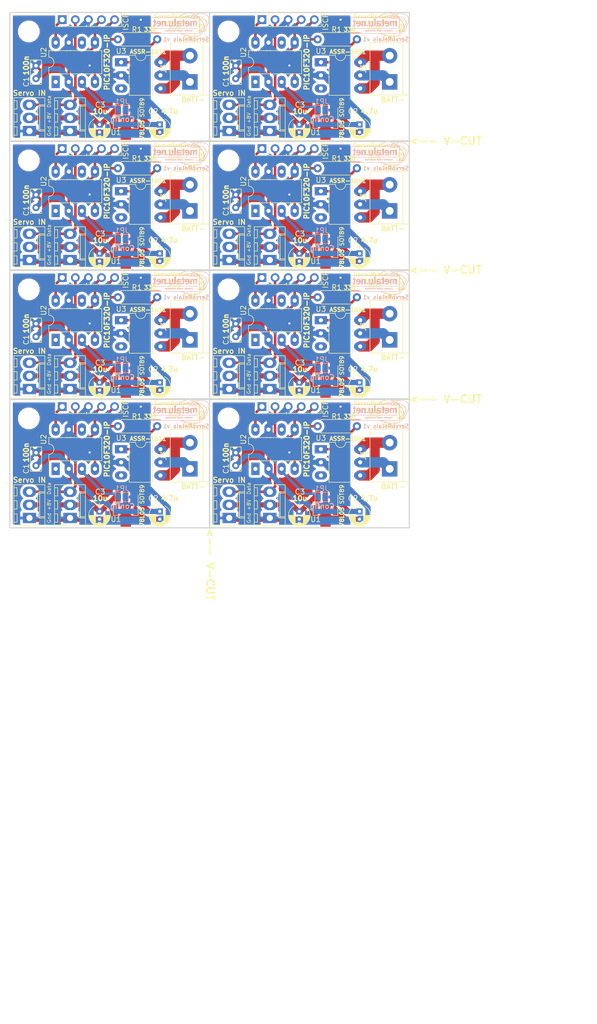
<source format=kicad_pcb>
(kicad_pcb (version 20171130) (host pcbnew 5.0.2-bee76a0~70~ubuntu16.04.1)
  (title_block (title ServoRelais) (date 2020-11-12) (rev 1) (company metalu.net))
  (layers (0 F.Cu signal) (31 B.Cu signal) (34 B.Paste user) (35 F.Paste user) (36 B.SilkS user) (37 F.SilkS user) (38 B.Mask user) (39 F.Mask user) (44 Edge.Cuts user))
  (net 0 "")
  (net 1 GND)
  (net 2 +5V)
  (net 3 VCC)
  (net 4 /PGD)
  (net 5 /PGC)
  (net 6 /Vpp)
  (net 7 "Net-(J3-Pad2)")
  (net 8 "Net-(J3-Pad1)")
  (net 9 "Net-(R1-Pad1)")
  (net 10 "Net-(JP1-Pad1)")
  (module Terminal_Blocks:TerminalBlock_bornier-2_P5.08mm (layer F.Cu) (at 130.302 118.815 90)
    (fp_text reference J3 (at 2.54 -5.08 90) (layer F.SilkS))
    (fp_text value Conn_01x02_Female hide)
    (pad 1 thru_hole rect (at 0 0 90) (size 3 3) (drill 1.52) (layers *.Cu *.Mask) (net 8 "Net-(J3-Pad1)"))
    (pad 2 thru_hole circle (at 5.08 0 90) (size 3 3) (drill 1.52) (layers *.Cu *.Mask) (net 7 "Net-(J3-Pad2)"))
  )
  (module Terminal_Blocks:TerminalBlock_bornier-2_P5.08mm (layer F.Cu) (at 91.567 118.815 90)
    (fp_text reference J3 (at 2.54 -5.08 90) (layer F.SilkS))
    (fp_text value Conn_01x02_Female hide)
    (pad 1 thru_hole rect (at 0 0 90) (size 3 3) (drill 1.52) (layers *.Cu *.Mask) (net 8 "Net-(J3-Pad1)"))
    (pad 2 thru_hole circle (at 5.08 0 90) (size 3 3) (drill 1.52) (layers *.Cu *.Mask) (net 7 "Net-(J3-Pad2)"))
  )
  (module Terminal_Blocks:TerminalBlock_bornier-2_P5.08mm (layer F.Cu) (at 130.302 93.815 90)
    (fp_text reference J3 (at 2.54 -5.08 90) (layer F.SilkS))
    (fp_text value Conn_01x02_Female hide)
    (pad 1 thru_hole rect (at 0 0 90) (size 3 3) (drill 1.52) (layers *.Cu *.Mask) (net 8 "Net-(J3-Pad1)"))
    (pad 2 thru_hole circle (at 5.08 0 90) (size 3 3) (drill 1.52) (layers *.Cu *.Mask) (net 7 "Net-(J3-Pad2)"))
  )
  (module Terminal_Blocks:TerminalBlock_bornier-2_P5.08mm (layer F.Cu) (at 91.567 93.815 90)
    (fp_text reference J3 (at 2.54 -5.08 90) (layer F.SilkS))
    (fp_text value Conn_01x02_Female hide)
    (pad 1 thru_hole rect (at 0 0 90) (size 3 3) (drill 1.52) (layers *.Cu *.Mask) (net 8 "Net-(J3-Pad1)"))
    (pad 2 thru_hole circle (at 5.08 0 90) (size 3 3) (drill 1.52) (layers *.Cu *.Mask) (net 7 "Net-(J3-Pad2)"))
  )
  (module Terminal_Blocks:TerminalBlock_bornier-2_P5.08mm (layer F.Cu) (at 130.302 68.815 90)
    (fp_text reference J3 (at 2.54 -5.08 90) (layer F.SilkS))
    (fp_text value Conn_01x02_Female hide)
    (pad 1 thru_hole rect (at 0 0 90) (size 3 3) (drill 1.52) (layers *.Cu *.Mask) (net 8 "Net-(J3-Pad1)"))
    (pad 2 thru_hole circle (at 5.08 0 90) (size 3 3) (drill 1.52) (layers *.Cu *.Mask) (net 7 "Net-(J3-Pad2)"))
  )
  (module Terminal_Blocks:TerminalBlock_bornier-2_P5.08mm (layer F.Cu) (at 91.567 68.815 90)
    (fp_text reference J3 (at 2.54 -5.08 90) (layer F.SilkS))
    (fp_text value Conn_01x02_Female hide)
    (pad 1 thru_hole rect (at 0 0 90) (size 3 3) (drill 1.52) (layers *.Cu *.Mask) (net 8 "Net-(J3-Pad1)"))
    (pad 2 thru_hole circle (at 5.08 0 90) (size 3 3) (drill 1.52) (layers *.Cu *.Mask) (net 7 "Net-(J3-Pad2)"))
  )
  (module Terminal_Blocks:TerminalBlock_bornier-2_P5.08mm (layer F.Cu) (at 130.302 43.815 90)
    (fp_text reference J3 (at 2.54 -5.08 90) (layer F.SilkS))
    (fp_text value Conn_01x02_Female hide)
    (pad 1 thru_hole rect (at 0 0 90) (size 3 3) (drill 1.52) (layers *.Cu *.Mask) (net 8 "Net-(J3-Pad1)"))
    (pad 2 thru_hole circle (at 5.08 0 90) (size 3 3) (drill 1.52) (layers *.Cu *.Mask) (net 7 "Net-(J3-Pad2)"))
  )
  (module Housings_DIP:DIP-6_W7.62mm_LongPads (layer F.Cu) (at 116.967 115.005)
    (fp_text reference U3 (at 0 -2.159) (layer F.SilkS))
    (fp_text value ASSR-1611 (at 5.207 -2.032) (layer F.SilkS) (effects (font (size 0.8 0.8) (thickness 0.2))))
    (pad 1 thru_hole rect (at 0 0) (size 2.4 1.6) (drill 0.8) (layers *.Cu *.Mask) (net 9 "Net-(R1-Pad1)"))
    (pad 4 thru_hole oval (at 7.62 5.08) (size 2.4 1.6) (drill 0.8) (layers *.Cu *.Mask) (net 7 "Net-(J3-Pad2)"))
    (pad 2 thru_hole oval (at 0 2.54) (size 2.4 1.6) (drill 0.8) (layers *.Cu *.Mask) (net 1 GND))
    (pad 5 thru_hole oval (at 7.62 2.54) (size 2.4 1.6) (drill 0.8) (layers *.Cu *.Mask) (net 8 "Net-(J3-Pad1)"))
    (pad 3 thru_hole oval (at 0 5.08) (size 2.4 1.6) (drill 0.8) (layers *.Cu *.Mask))
    (pad 6 thru_hole oval (at 7.62 0) (size 2.4 1.6) (drill 0.8) (layers *.Cu *.Mask) (net 7 "Net-(J3-Pad2)"))
  )
  (module Housings_DIP:DIP-6_W7.62mm_LongPads (layer F.Cu) (at 78.232 115.005)
    (fp_text reference U3 (at 0 -2.159) (layer F.SilkS))
    (fp_text value ASSR-1611 (at 5.207 -2.032) (layer F.SilkS) (effects (font (size 0.8 0.8) (thickness 0.2))))
    (pad 1 thru_hole rect (at 0 0) (size 2.4 1.6) (drill 0.8) (layers *.Cu *.Mask) (net 9 "Net-(R1-Pad1)"))
    (pad 4 thru_hole oval (at 7.62 5.08) (size 2.4 1.6) (drill 0.8) (layers *.Cu *.Mask) (net 7 "Net-(J3-Pad2)"))
    (pad 2 thru_hole oval (at 0 2.54) (size 2.4 1.6) (drill 0.8) (layers *.Cu *.Mask) (net 1 GND))
    (pad 5 thru_hole oval (at 7.62 2.54) (size 2.4 1.6) (drill 0.8) (layers *.Cu *.Mask) (net 8 "Net-(J3-Pad1)"))
    (pad 3 thru_hole oval (at 0 5.08) (size 2.4 1.6) (drill 0.8) (layers *.Cu *.Mask))
    (pad 6 thru_hole oval (at 7.62 0) (size 2.4 1.6) (drill 0.8) (layers *.Cu *.Mask) (net 7 "Net-(J3-Pad2)"))
  )
  (module Housings_DIP:DIP-6_W7.62mm_LongPads (layer F.Cu) (at 116.967 90.005)
    (fp_text reference U3 (at 0 -2.159) (layer F.SilkS))
    (fp_text value ASSR-1611 (at 5.207 -2.032) (layer F.SilkS) (effects (font (size 0.8 0.8) (thickness 0.2))))
    (pad 1 thru_hole rect (at 0 0) (size 2.4 1.6) (drill 0.8) (layers *.Cu *.Mask) (net 9 "Net-(R1-Pad1)"))
    (pad 4 thru_hole oval (at 7.62 5.08) (size 2.4 1.6) (drill 0.8) (layers *.Cu *.Mask) (net 7 "Net-(J3-Pad2)"))
    (pad 2 thru_hole oval (at 0 2.54) (size 2.4 1.6) (drill 0.8) (layers *.Cu *.Mask) (net 1 GND))
    (pad 5 thru_hole oval (at 7.62 2.54) (size 2.4 1.6) (drill 0.8) (layers *.Cu *.Mask) (net 8 "Net-(J3-Pad1)"))
    (pad 3 thru_hole oval (at 0 5.08) (size 2.4 1.6) (drill 0.8) (layers *.Cu *.Mask))
    (pad 6 thru_hole oval (at 7.62 0) (size 2.4 1.6) (drill 0.8) (layers *.Cu *.Mask) (net 7 "Net-(J3-Pad2)"))
  )
  (module Housings_DIP:DIP-6_W7.62mm_LongPads (layer F.Cu) (at 78.232 90.005)
    (fp_text reference U3 (at 0 -2.159) (layer F.SilkS))
    (fp_text value ASSR-1611 (at 5.207 -2.032) (layer F.SilkS) (effects (font (size 0.8 0.8) (thickness 0.2))))
    (pad 1 thru_hole rect (at 0 0) (size 2.4 1.6) (drill 0.8) (layers *.Cu *.Mask) (net 9 "Net-(R1-Pad1)"))
    (pad 4 thru_hole oval (at 7.62 5.08) (size 2.4 1.6) (drill 0.8) (layers *.Cu *.Mask) (net 7 "Net-(J3-Pad2)"))
    (pad 2 thru_hole oval (at 0 2.54) (size 2.4 1.6) (drill 0.8) (layers *.Cu *.Mask) (net 1 GND))
    (pad 5 thru_hole oval (at 7.62 2.54) (size 2.4 1.6) (drill 0.8) (layers *.Cu *.Mask) (net 8 "Net-(J3-Pad1)"))
    (pad 3 thru_hole oval (at 0 5.08) (size 2.4 1.6) (drill 0.8) (layers *.Cu *.Mask))
    (pad 6 thru_hole oval (at 7.62 0) (size 2.4 1.6) (drill 0.8) (layers *.Cu *.Mask) (net 7 "Net-(J3-Pad2)"))
  )
  (module Housings_DIP:DIP-6_W7.62mm_LongPads (layer F.Cu) (at 116.967 65.005)
    (fp_text reference U3 (at 0 -2.159) (layer F.SilkS))
    (fp_text value ASSR-1611 (at 5.207 -2.032) (layer F.SilkS) (effects (font (size 0.8 0.8) (thickness 0.2))))
    (pad 1 thru_hole rect (at 0 0) (size 2.4 1.6) (drill 0.8) (layers *.Cu *.Mask) (net 9 "Net-(R1-Pad1)"))
    (pad 4 thru_hole oval (at 7.62 5.08) (size 2.4 1.6) (drill 0.8) (layers *.Cu *.Mask) (net 7 "Net-(J3-Pad2)"))
    (pad 2 thru_hole oval (at 0 2.54) (size 2.4 1.6) (drill 0.8) (layers *.Cu *.Mask) (net 1 GND))
    (pad 5 thru_hole oval (at 7.62 2.54) (size 2.4 1.6) (drill 0.8) (layers *.Cu *.Mask) (net 8 "Net-(J3-Pad1)"))
    (pad 3 thru_hole oval (at 0 5.08) (size 2.4 1.6) (drill 0.8) (layers *.Cu *.Mask))
    (pad 6 thru_hole oval (at 7.62 0) (size 2.4 1.6) (drill 0.8) (layers *.Cu *.Mask) (net 7 "Net-(J3-Pad2)"))
  )
  (module Housings_DIP:DIP-6_W7.62mm_LongPads (layer F.Cu) (at 78.232 65.005)
    (fp_text reference U3 (at 0 -2.159) (layer F.SilkS))
    (fp_text value ASSR-1611 (at 5.207 -2.032) (layer F.SilkS) (effects (font (size 0.8 0.8) (thickness 0.2))))
    (pad 1 thru_hole rect (at 0 0) (size 2.4 1.6) (drill 0.8) (layers *.Cu *.Mask) (net 9 "Net-(R1-Pad1)"))
    (pad 4 thru_hole oval (at 7.62 5.08) (size 2.4 1.6) (drill 0.8) (layers *.Cu *.Mask) (net 7 "Net-(J3-Pad2)"))
    (pad 2 thru_hole oval (at 0 2.54) (size 2.4 1.6) (drill 0.8) (layers *.Cu *.Mask) (net 1 GND))
    (pad 5 thru_hole oval (at 7.62 2.54) (size 2.4 1.6) (drill 0.8) (layers *.Cu *.Mask) (net 8 "Net-(J3-Pad1)"))
    (pad 3 thru_hole oval (at 0 5.08) (size 2.4 1.6) (drill 0.8) (layers *.Cu *.Mask))
    (pad 6 thru_hole oval (at 7.62 0) (size 2.4 1.6) (drill 0.8) (layers *.Cu *.Mask) (net 7 "Net-(J3-Pad2)"))
  )
  (module Housings_DIP:DIP-6_W7.62mm_LongPads (layer F.Cu) (at 116.967 40.005)
    (fp_text reference U3 (at 0 -2.159) (layer F.SilkS))
    (fp_text value ASSR-1611 (at 5.207 -2.032) (layer F.SilkS) (effects (font (size 0.8 0.8) (thickness 0.2))))
    (pad 1 thru_hole rect (at 0 0) (size 2.4 1.6) (drill 0.8) (layers *.Cu *.Mask) (net 9 "Net-(R1-Pad1)"))
    (pad 4 thru_hole oval (at 7.62 5.08) (size 2.4 1.6) (drill 0.8) (layers *.Cu *.Mask) (net 7 "Net-(J3-Pad2)"))
    (pad 2 thru_hole oval (at 0 2.54) (size 2.4 1.6) (drill 0.8) (layers *.Cu *.Mask) (net 1 GND))
    (pad 5 thru_hole oval (at 7.62 2.54) (size 2.4 1.6) (drill 0.8) (layers *.Cu *.Mask) (net 8 "Net-(J3-Pad1)"))
    (pad 3 thru_hole oval (at 0 5.08) (size 2.4 1.6) (drill 0.8) (layers *.Cu *.Mask))
    (pad 6 thru_hole oval (at 7.62 0) (size 2.4 1.6) (drill 0.8) (layers *.Cu *.Mask) (net 7 "Net-(J3-Pad2)"))
  )
  (module Mounting_Holes:MountingHole_3.2mm_M3 (layer F.Cu) (at 130.429 126.562)
    (fp_text reference H2 hide)
    (fp_text value MountingHole hide)
    (pad 1 np_thru_hole circle (at 0 0) (size 3.2 3.2) (drill 3.2) (layers *.Cu *.Mask))
  )
  (module Mounting_Holes:MountingHole_3.2mm_M3 (layer F.Cu) (at 91.694 126.562)
    (fp_text reference H2 hide)
    (fp_text value MountingHole hide)
    (pad 1 np_thru_hole circle (at 0 0) (size 3.2 3.2) (drill 3.2) (layers *.Cu *.Mask))
  )
  (module Mounting_Holes:MountingHole_3.2mm_M3 (layer F.Cu) (at 130.429 101.562)
    (fp_text reference H2 hide)
    (fp_text value MountingHole hide)
    (pad 1 np_thru_hole circle (at 0 0) (size 3.2 3.2) (drill 3.2) (layers *.Cu *.Mask))
  )
  (module Mounting_Holes:MountingHole_3.2mm_M3 (layer F.Cu) (at 91.694 101.562)
    (fp_text reference H2 hide)
    (fp_text value MountingHole hide)
    (pad 1 np_thru_hole circle (at 0 0) (size 3.2 3.2) (drill 3.2) (layers *.Cu *.Mask))
  )
  (module Mounting_Holes:MountingHole_3.2mm_M3 (layer F.Cu) (at 130.429 76.562)
    (fp_text reference H2 hide)
    (fp_text value MountingHole hide)
    (pad 1 np_thru_hole circle (at 0 0) (size 3.2 3.2) (drill 3.2) (layers *.Cu *.Mask))
  )
  (module Mounting_Holes:MountingHole_3.2mm_M3 (layer F.Cu) (at 91.694 76.562)
    (fp_text reference H2 hide)
    (fp_text value MountingHole hide)
    (pad 1 np_thru_hole circle (at 0 0) (size 3.2 3.2) (drill 3.2) (layers *.Cu *.Mask))
  )
  (module Mounting_Holes:MountingHole_3.2mm_M3 (layer F.Cu) (at 130.429 51.562)
    (fp_text reference H2 hide)
    (fp_text value MountingHole hide)
    (pad 1 np_thru_hole circle (at 0 0) (size 3.2 3.2) (drill 3.2) (layers *.Cu *.Mask))
  )
  (module Pin_Headers:Pin_Header_Straight_1x05_Pitch2.54mm (layer F.Cu) (at 105.537 106.75 90)
    (fp_text reference J2 hide)
    (fp_text value ISCP (at -0.381 12.319 90) (layer F.SilkS))
    (pad 1 thru_hole rect (at 0 0 90) (size 1.7 1.7) (drill 1) (layers *.Cu *.Mask) (net 6 /Vpp))
    (pad 2 thru_hole oval (at 0 2.54 90) (size 1.7 1.7) (drill 1) (layers *.Cu *.Mask) (net 2 +5V))
    (pad 3 thru_hole oval (at 0 5.08 90) (size 1.7 1.7) (drill 1) (layers *.Cu *.Mask) (net 1 GND))
    (pad 4 thru_hole oval (at 0 7.62 90) (size 1.7 1.7) (drill 1) (layers *.Cu *.Mask) (net 4 /PGD))
    (pad 5 thru_hole oval (at 0 10.16 90) (size 1.7 1.7) (drill 1) (layers *.Cu *.Mask) (net 5 /PGC))
  )
  (module Pin_Headers:Pin_Header_Straight_1x05_Pitch2.54mm (layer F.Cu) (at 66.802 106.75 90)
    (fp_text reference J2 hide)
    (fp_text value ISCP (at -0.381 12.319 90) (layer F.SilkS))
    (pad 1 thru_hole rect (at 0 0 90) (size 1.7 1.7) (drill 1) (layers *.Cu *.Mask) (net 6 /Vpp))
    (pad 2 thru_hole oval (at 0 2.54 90) (size 1.7 1.7) (drill 1) (layers *.Cu *.Mask) (net 2 +5V))
    (pad 3 thru_hole oval (at 0 5.08 90) (size 1.7 1.7) (drill 1) (layers *.Cu *.Mask) (net 1 GND))
    (pad 4 thru_hole oval (at 0 7.62 90) (size 1.7 1.7) (drill 1) (layers *.Cu *.Mask) (net 4 /PGD))
    (pad 5 thru_hole oval (at 0 10.16 90) (size 1.7 1.7) (drill 1) (layers *.Cu *.Mask) (net 5 /PGC))
  )
  (module Pin_Headers:Pin_Header_Straight_1x05_Pitch2.54mm (layer F.Cu) (at 105.537 81.75 90)
    (fp_text reference J2 hide)
    (fp_text value ISCP (at -0.381 12.319 90) (layer F.SilkS))
    (pad 1 thru_hole rect (at 0 0 90) (size 1.7 1.7) (drill 1) (layers *.Cu *.Mask) (net 6 /Vpp))
    (pad 2 thru_hole oval (at 0 2.54 90) (size 1.7 1.7) (drill 1) (layers *.Cu *.Mask) (net 2 +5V))
    (pad 3 thru_hole oval (at 0 5.08 90) (size 1.7 1.7) (drill 1) (layers *.Cu *.Mask) (net 1 GND))
    (pad 4 thru_hole oval (at 0 7.62 90) (size 1.7 1.7) (drill 1) (layers *.Cu *.Mask) (net 4 /PGD))
    (pad 5 thru_hole oval (at 0 10.16 90) (size 1.7 1.7) (drill 1) (layers *.Cu *.Mask) (net 5 /PGC))
  )
  (module Pin_Headers:Pin_Header_Straight_1x05_Pitch2.54mm (layer F.Cu) (at 66.802 81.75 90)
    (fp_text reference J2 hide)
    (fp_text value ISCP (at -0.381 12.319 90) (layer F.SilkS))
    (pad 1 thru_hole rect (at 0 0 90) (size 1.7 1.7) (drill 1) (layers *.Cu *.Mask) (net 6 /Vpp))
    (pad 2 thru_hole oval (at 0 2.54 90) (size 1.7 1.7) (drill 1) (layers *.Cu *.Mask) (net 2 +5V))
    (pad 3 thru_hole oval (at 0 5.08 90) (size 1.7 1.7) (drill 1) (layers *.Cu *.Mask) (net 1 GND))
    (pad 4 thru_hole oval (at 0 7.62 90) (size 1.7 1.7) (drill 1) (layers *.Cu *.Mask) (net 4 /PGD))
    (pad 5 thru_hole oval (at 0 10.16 90) (size 1.7 1.7) (drill 1) (layers *.Cu *.Mask) (net 5 /PGC))
  )
  (module Pin_Headers:Pin_Header_Straight_1x05_Pitch2.54mm (layer F.Cu) (at 105.537 56.75 90)
    (fp_text reference J2 hide)
    (fp_text value ISCP (at -0.381 12.319 90) (layer F.SilkS))
    (pad 1 thru_hole rect (at 0 0 90) (size 1.7 1.7) (drill 1) (layers *.Cu *.Mask) (net 6 /Vpp))
    (pad 2 thru_hole oval (at 0 2.54 90) (size 1.7 1.7) (drill 1) (layers *.Cu *.Mask) (net 2 +5V))
    (pad 3 thru_hole oval (at 0 5.08 90) (size 1.7 1.7) (drill 1) (layers *.Cu *.Mask) (net 1 GND))
    (pad 4 thru_hole oval (at 0 7.62 90) (size 1.7 1.7) (drill 1) (layers *.Cu *.Mask) (net 4 /PGD))
    (pad 5 thru_hole oval (at 0 10.16 90) (size 1.7 1.7) (drill 1) (layers *.Cu *.Mask) (net 5 /PGC))
  )
  (module Pin_Headers:Pin_Header_Straight_1x05_Pitch2.54mm (layer F.Cu) (at 66.802 56.75 90)
    (fp_text reference J2 hide)
    (fp_text value ISCP (at -0.381 12.319 90) (layer F.SilkS))
    (pad 1 thru_hole rect (at 0 0 90) (size 1.7 1.7) (drill 1) (layers *.Cu *.Mask) (net 6 /Vpp))
    (pad 2 thru_hole oval (at 0 2.54 90) (size 1.7 1.7) (drill 1) (layers *.Cu *.Mask) (net 2 +5V))
    (pad 3 thru_hole oval (at 0 5.08 90) (size 1.7 1.7) (drill 1) (layers *.Cu *.Mask) (net 1 GND))
    (pad 4 thru_hole oval (at 0 7.62 90) (size 1.7 1.7) (drill 1) (layers *.Cu *.Mask) (net 4 /PGD))
    (pad 5 thru_hole oval (at 0 10.16 90) (size 1.7 1.7) (drill 1) (layers *.Cu *.Mask) (net 5 /PGC))
  )
  (module Pin_Headers:Pin_Header_Straight_1x05_Pitch2.54mm (layer F.Cu) (at 105.537 31.75 90)
    (fp_text reference J2 hide)
    (fp_text value ISCP (at -0.381 12.319 90) (layer F.SilkS))
    (pad 1 thru_hole rect (at 0 0 90) (size 1.7 1.7) (drill 1) (layers *.Cu *.Mask) (net 6 /Vpp))
    (pad 2 thru_hole oval (at 0 2.54 90) (size 1.7 1.7) (drill 1) (layers *.Cu *.Mask) (net 2 +5V))
    (pad 3 thru_hole oval (at 0 5.08 90) (size 1.7 1.7) (drill 1) (layers *.Cu *.Mask) (net 1 GND))
    (pad 4 thru_hole oval (at 0 7.62 90) (size 1.7 1.7) (drill 1) (layers *.Cu *.Mask) (net 4 /PGD))
    (pad 5 thru_hole oval (at 0 10.16 90) (size 1.7 1.7) (drill 1) (layers *.Cu *.Mask) (net 5 /PGC))
  )
  (module Mounting_Holes:MountingHole_3.2mm_M3 (layer F.Cu) (at 99.06 109.036)
    (fp_text reference H1 hide)
    (fp_text value MountingHole hide)
    (pad 1 np_thru_hole circle (at 0 0) (size 3.2 3.2) (drill 3.2) (layers *.Cu *.Mask))
  )
  (module Mounting_Holes:MountingHole_3.2mm_M3 (layer F.Cu) (at 60.325 109.036)
    (fp_text reference H1 hide)
    (fp_text value MountingHole hide)
    (pad 1 np_thru_hole circle (at 0 0) (size 3.2 3.2) (drill 3.2) (layers *.Cu *.Mask))
  )
  (module Mounting_Holes:MountingHole_3.2mm_M3 (layer F.Cu) (at 99.06 84.036)
    (fp_text reference H1 hide)
    (fp_text value MountingHole hide)
    (pad 1 np_thru_hole circle (at 0 0) (size 3.2 3.2) (drill 3.2) (layers *.Cu *.Mask))
  )
  (module Mounting_Holes:MountingHole_3.2mm_M3 (layer F.Cu) (at 60.325 84.036)
    (fp_text reference H1 hide)
    (fp_text value MountingHole hide)
    (pad 1 np_thru_hole circle (at 0 0) (size 3.2 3.2) (drill 3.2) (layers *.Cu *.Mask))
  )
  (module Mounting_Holes:MountingHole_3.2mm_M3 (layer F.Cu) (at 99.06 59.036)
    (fp_text reference H1 hide)
    (fp_text value MountingHole hide)
    (pad 1 np_thru_hole circle (at 0 0) (size 3.2 3.2) (drill 3.2) (layers *.Cu *.Mask))
  )
  (module Mounting_Holes:MountingHole_3.2mm_M3 (layer F.Cu) (at 60.325 59.036)
    (fp_text reference H1 hide)
    (fp_text value MountingHole hide)
    (pad 1 np_thru_hole circle (at 0 0) (size 3.2 3.2) (drill 3.2) (layers *.Cu *.Mask))
  )
  (module Mounting_Holes:MountingHole_3.2mm_M3 (layer F.Cu) (at 99.06 34.036)
    (fp_text reference H1 hide)
    (fp_text value MountingHole hide)
    (pad 1 np_thru_hole circle (at 0 0) (size 3.2 3.2) (drill 3.2) (layers *.Cu *.Mask))
  )
  (module metalunet:metalunet (layer B.Cu) (at 128.397 107.766 180)
    (fp_text reference G*** hide)
    (fp_text value LOGO hide)
  )
  (module metalunet:metalunet (layer B.Cu) (at 89.662 107.766 180)
    (fp_text reference G*** hide)
    (fp_text value LOGO hide)
  )
  (module metalunet:metalunet (layer B.Cu) (at 128.397 82.766 180)
    (fp_text reference G*** hide)
    (fp_text value LOGO hide)
  )
  (module metalunet:metalunet (layer B.Cu) (at 89.662 82.766 180)
    (fp_text reference G*** hide)
    (fp_text value LOGO hide)
  )
  (module metalunet:metalunet (layer B.Cu) (at 128.397 57.766 180)
    (fp_text reference G*** hide)
    (fp_text value LOGO hide)
  )
  (module metalunet:metalunet (layer B.Cu) (at 89.662 57.766 180)
    (fp_text reference G*** hide)
    (fp_text value LOGO hide)
  )
  (module metalunet:metalunet (layer B.Cu) (at 128.397 32.766 180)
    (fp_text reference G*** hide)
    (fp_text value LOGO hide)
  )
  (module Capacitors_ThroughHole:C_Rect_L4.6mm_W2.0mm_P2.50mm_MKS02_FKP02 (layer F.Cu) (at 100.457 118.18 90)
    (fp_text reference C1 (at -0.635 -1.905 90) (layer F.SilkS))
    (fp_text value 100n (at 2.54 -1.905 90) (layer F.SilkS) (effects (font (thickness 0.25))))
    (pad 1 thru_hole circle (at 0 0 90) (size 1.4 1.4) (drill 0.7) (layers *.Cu *.Mask) (net 2 +5V))
    (pad 2 thru_hole circle (at 2.5 0 90) (size 1.4 1.4) (drill 0.7) (layers *.Cu *.Mask) (net 1 GND))
  )
  (module Capacitors_ThroughHole:C_Rect_L4.6mm_W2.0mm_P2.50mm_MKS02_FKP02 (layer F.Cu) (at 61.722 118.18 90)
    (fp_text reference C1 (at -0.635 -1.905 90) (layer F.SilkS))
    (fp_text value 100n (at 2.54 -1.905 90) (layer F.SilkS) (effects (font (thickness 0.25))))
    (pad 1 thru_hole circle (at 0 0 90) (size 1.4 1.4) (drill 0.7) (layers *.Cu *.Mask) (net 2 +5V))
    (pad 2 thru_hole circle (at 2.5 0 90) (size 1.4 1.4) (drill 0.7) (layers *.Cu *.Mask) (net 1 GND))
  )
  (module Capacitors_ThroughHole:C_Rect_L4.6mm_W2.0mm_P2.50mm_MKS02_FKP02 (layer F.Cu) (at 100.457 93.18 90)
    (fp_text reference C1 (at -0.635 -1.905 90) (layer F.SilkS))
    (fp_text value 100n (at 2.54 -1.905 90) (layer F.SilkS) (effects (font (thickness 0.25))))
    (pad 1 thru_hole circle (at 0 0 90) (size 1.4 1.4) (drill 0.7) (layers *.Cu *.Mask) (net 2 +5V))
    (pad 2 thru_hole circle (at 2.5 0 90) (size 1.4 1.4) (drill 0.7) (layers *.Cu *.Mask) (net 1 GND))
  )
  (module Capacitors_ThroughHole:C_Rect_L4.6mm_W2.0mm_P2.50mm_MKS02_FKP02 (layer F.Cu) (at 61.722 93.18 90)
    (fp_text reference C1 (at -0.635 -1.905 90) (layer F.SilkS))
    (fp_text value 100n (at 2.54 -1.905 90) (layer F.SilkS) (effects (font (thickness 0.25))))
    (pad 1 thru_hole circle (at 0 0 90) (size 1.4 1.4) (drill 0.7) (layers *.Cu *.Mask) (net 2 +5V))
    (pad 2 thru_hole circle (at 2.5 0 90) (size 1.4 1.4) (drill 0.7) (layers *.Cu *.Mask) (net 1 GND))
  )
  (module Capacitors_ThroughHole:C_Rect_L4.6mm_W2.0mm_P2.50mm_MKS02_FKP02 (layer F.Cu) (at 100.457 68.18 90)
    (fp_text reference C1 (at -0.635 -1.905 90) (layer F.SilkS))
    (fp_text value 100n (at 2.54 -1.905 90) (layer F.SilkS) (effects (font (thickness 0.25))))
    (pad 1 thru_hole circle (at 0 0 90) (size 1.4 1.4) (drill 0.7) (layers *.Cu *.Mask) (net 2 +5V))
    (pad 2 thru_hole circle (at 2.5 0 90) (size 1.4 1.4) (drill 0.7) (layers *.Cu *.Mask) (net 1 GND))
  )
  (module Capacitors_ThroughHole:C_Rect_L4.6mm_W2.0mm_P2.50mm_MKS02_FKP02 (layer F.Cu) (at 61.722 68.18 90)
    (fp_text reference C1 (at -0.635 -1.905 90) (layer F.SilkS))
    (fp_text value 100n (at 2.54 -1.905 90) (layer F.SilkS) (effects (font (thickness 0.25))))
    (pad 1 thru_hole circle (at 0 0 90) (size 1.4 1.4) (drill 0.7) (layers *.Cu *.Mask) (net 2 +5V))
    (pad 2 thru_hole circle (at 2.5 0 90) (size 1.4 1.4) (drill 0.7) (layers *.Cu *.Mask) (net 1 GND))
  )
  (module Capacitors_ThroughHole:C_Rect_L4.6mm_W2.0mm_P2.50mm_MKS02_FKP02 (layer F.Cu) (at 100.457 43.18 90)
    (fp_text reference C1 (at -0.635 -1.905 90) (layer F.SilkS))
    (fp_text value 100n (at 2.54 -1.905 90) (layer F.SilkS) (effects (font (thickness 0.25))))
    (pad 1 thru_hole circle (at 0 0 90) (size 1.4 1.4) (drill 0.7) (layers *.Cu *.Mask) (net 2 +5V))
    (pad 2 thru_hole circle (at 2.5 0 90) (size 1.4 1.4) (drill 0.7) (layers *.Cu *.Mask) (net 1 GND))
  )
  (module metalunet:metalunet-mini (layer F.Cu) (at 132.461 107.893)
    (fp_text reference G*** hide)
    (fp_text value LOGO hide)
  )
  (module metalunet:metalunet-mini (layer F.Cu) (at 93.726 107.893)
    (fp_text reference G*** hide)
    (fp_text value LOGO hide)
  )
  (module metalunet:metalunet-mini (layer F.Cu) (at 132.461 82.893)
    (fp_text reference G*** hide)
    (fp_text value LOGO hide)
  )
  (module metalunet:metalunet-mini (layer F.Cu) (at 93.726 82.893)
    (fp_text reference G*** hide)
    (fp_text value LOGO hide)
  )
  (module metalunet:metalunet-mini (layer F.Cu) (at 132.461 57.893)
    (fp_text reference G*** hide)
    (fp_text value LOGO hide)
  )
  (module metalunet:metalunet-mini (layer F.Cu) (at 93.726 57.893)
    (fp_text reference G*** hide)
    (fp_text value LOGO hide)
  )
  (module metalunet:metalunet-mini (layer F.Cu) (at 132.461 32.893)
    (fp_text reference G*** hide)
    (fp_text value LOGO hide)
  )
  (module Resistors_ThroughHole:R_Axial_DIN0207_L6.3mm_D2.5mm_P7.62mm_Horizontal (layer F.Cu) (at 123.952 110.56 180)
    (fp_text reference R1 (at 3.937 1.905 180) (layer F.SilkS))
    (fp_text value 330 (at 1.397 1.905 180) (layer F.SilkS) (effects (font (size 0.8 0.8) (thickness 0.2))))
    (pad 1 thru_hole circle (at 0 0 180) (size 1.6 1.6) (drill 0.8) (layers *.Cu *.Mask) (net 9 "Net-(R1-Pad1)"))
    (pad 2 thru_hole oval (at 7.62 0 180) (size 1.6 1.6) (drill 0.8) (layers *.Cu *.Mask) (net 5 /PGC))
  )
  (module Resistors_ThroughHole:R_Axial_DIN0207_L6.3mm_D2.5mm_P7.62mm_Horizontal (layer F.Cu) (at 85.217 110.56 180)
    (fp_text reference R1 (at 3.937 1.905 180) (layer F.SilkS))
    (fp_text value 330 (at 1.397 1.905 180) (layer F.SilkS) (effects (font (size 0.8 0.8) (thickness 0.2))))
    (pad 1 thru_hole circle (at 0 0 180) (size 1.6 1.6) (drill 0.8) (layers *.Cu *.Mask) (net 9 "Net-(R1-Pad1)"))
    (pad 2 thru_hole oval (at 7.62 0 180) (size 1.6 1.6) (drill 0.8) (layers *.Cu *.Mask) (net 5 /PGC))
  )
  (module Resistors_ThroughHole:R_Axial_DIN0207_L6.3mm_D2.5mm_P7.62mm_Horizontal (layer F.Cu) (at 123.952 85.56 180)
    (fp_text reference R1 (at 3.937 1.905 180) (layer F.SilkS))
    (fp_text value 330 (at 1.397 1.905 180) (layer F.SilkS) (effects (font (size 0.8 0.8) (thickness 0.2))))
    (pad 1 thru_hole circle (at 0 0 180) (size 1.6 1.6) (drill 0.8) (layers *.Cu *.Mask) (net 9 "Net-(R1-Pad1)"))
    (pad 2 thru_hole oval (at 7.62 0 180) (size 1.6 1.6) (drill 0.8) (layers *.Cu *.Mask) (net 5 /PGC))
  )
  (module Resistors_ThroughHole:R_Axial_DIN0207_L6.3mm_D2.5mm_P7.62mm_Horizontal (layer F.Cu) (at 85.217 85.56 180)
    (fp_text reference R1 (at 3.937 1.905 180) (layer F.SilkS))
    (fp_text value 330 (at 1.397 1.905 180) (layer F.SilkS) (effects (font (size 0.8 0.8) (thickness 0.2))))
    (pad 1 thru_hole circle (at 0 0 180) (size 1.6 1.6) (drill 0.8) (layers *.Cu *.Mask) (net 9 "Net-(R1-Pad1)"))
    (pad 2 thru_hole oval (at 7.62 0 180) (size 1.6 1.6) (drill 0.8) (layers *.Cu *.Mask) (net 5 /PGC))
  )
  (module Resistors_ThroughHole:R_Axial_DIN0207_L6.3mm_D2.5mm_P7.62mm_Horizontal (layer F.Cu) (at 123.952 60.56 180)
    (fp_text reference R1 (at 3.937 1.905 180) (layer F.SilkS))
    (fp_text value 330 (at 1.397 1.905 180) (layer F.SilkS) (effects (font (size 0.8 0.8) (thickness 0.2))))
    (pad 1 thru_hole circle (at 0 0 180) (size 1.6 1.6) (drill 0.8) (layers *.Cu *.Mask) (net 9 "Net-(R1-Pad1)"))
    (pad 2 thru_hole oval (at 7.62 0 180) (size 1.6 1.6) (drill 0.8) (layers *.Cu *.Mask) (net 5 /PGC))
  )
  (module Resistors_ThroughHole:R_Axial_DIN0207_L6.3mm_D2.5mm_P7.62mm_Horizontal (layer F.Cu) (at 85.217 60.56 180)
    (fp_text reference R1 (at 3.937 1.905 180) (layer F.SilkS))
    (fp_text value 330 (at 1.397 1.905 180) (layer F.SilkS) (effects (font (size 0.8 0.8) (thickness 0.2))))
    (pad 1 thru_hole circle (at 0 0 180) (size 1.6 1.6) (drill 0.8) (layers *.Cu *.Mask) (net 9 "Net-(R1-Pad1)"))
    (pad 2 thru_hole oval (at 7.62 0 180) (size 1.6 1.6) (drill 0.8) (layers *.Cu *.Mask) (net 5 /PGC))
  )
  (module Resistors_ThroughHole:R_Axial_DIN0207_L6.3mm_D2.5mm_P7.62mm_Horizontal (layer F.Cu) (at 123.952 35.56 180)
    (fp_text reference R1 (at 3.937 1.905 180) (layer F.SilkS))
    (fp_text value 330 (at 1.397 1.905 180) (layer F.SilkS) (effects (font (size 0.8 0.8) (thickness 0.2))))
    (pad 1 thru_hole circle (at 0 0 180) (size 1.6 1.6) (drill 0.8) (layers *.Cu *.Mask) (net 9 "Net-(R1-Pad1)"))
    (pad 2 thru_hole oval (at 7.62 0 180) (size 1.6 1.6) (drill 0.8) (layers *.Cu *.Mask) (net 5 /PGC))
  )
  (module "" (layer F.Cu) (at 109.982 133.42)
    (fp_text reference "" (at 60.325 92.71) (layer F.SilkS) (effects (font (size 1.27 1.27))))
    (fp_text value "" (at 60.325 92.71) (layer F.SilkS) (effects (font (size 1.27 1.27))))
  )
  (module "" (layer F.Cu) (at 71.247 133.42)
    (fp_text reference "" (at 60.325 92.71) (layer F.SilkS) (effects (font (size 1.27 1.27))))
    (fp_text value "" (at 60.325 92.71) (layer F.SilkS) (effects (font (size 1.27 1.27))))
  )
  (module "" (layer F.Cu) (at 109.982 108.42)
    (fp_text reference "" (at 60.325 92.71) (layer F.SilkS) (effects (font (size 1.27 1.27))))
    (fp_text value "" (at 60.325 92.71) (layer F.SilkS) (effects (font (size 1.27 1.27))))
  )
  (module "" (layer F.Cu) (at 71.247 108.42)
    (fp_text reference "" (at 60.325 92.71) (layer F.SilkS) (effects (font (size 1.27 1.27))))
    (fp_text value "" (at 60.325 92.71) (layer F.SilkS) (effects (font (size 1.27 1.27))))
  )
  (module "" (layer F.Cu) (at 109.982 83.42)
    (fp_text reference "" (at 60.325 92.71) (layer F.SilkS) (effects (font (size 1.27 1.27))))
    (fp_text value "" (at 60.325 92.71) (layer F.SilkS) (effects (font (size 1.27 1.27))))
  )
  (module "" (layer F.Cu) (at 71.247 83.42)
    (fp_text reference "" (at 60.325 92.71) (layer F.SilkS) (effects (font (size 1.27 1.27))))
    (fp_text value "" (at 60.325 92.71) (layer F.SilkS) (effects (font (size 1.27 1.27))))
  )
  (module "" (layer F.Cu) (at 109.982 58.42)
    (fp_text reference "" (at 60.325 92.71) (layer F.SilkS) (effects (font (size 1.27 1.27))))
    (fp_text value "" (at 60.325 92.71) (layer F.SilkS) (effects (font (size 1.27 1.27))))
  )
  (module Capacitors_ThroughHole:CP_Radial_D4.0mm_P1.50mm (layer F.Cu) (at 112.776 127.07 270)
    (fp_text reference C3 (at -3.81 -0.127) (layer F.SilkS))
    (fp_text value 10u (at -2.54 -0.127) (layer F.SilkS) (effects (font (thickness 0.25))))
    (pad 2 thru_hole circle (at 1.5 0 270) (size 1.2 1.2) (drill 0.6) (layers *.Cu *.Mask) (net 1 GND))
    (pad 1 thru_hole rect (at 0 0 270) (size 1.2 1.2) (drill 0.6) (layers *.Cu *.Mask) (net 3 VCC))
  )
  (module Capacitors_ThroughHole:CP_Radial_D4.0mm_P1.50mm (layer F.Cu) (at 74.041 127.07 270)
    (fp_text reference C3 (at -3.81 -0.127) (layer F.SilkS))
    (fp_text value 10u (at -2.54 -0.127) (layer F.SilkS) (effects (font (thickness 0.25))))
    (pad 2 thru_hole circle (at 1.5 0 270) (size 1.2 1.2) (drill 0.6) (layers *.Cu *.Mask) (net 1 GND))
    (pad 1 thru_hole rect (at 0 0 270) (size 1.2 1.2) (drill 0.6) (layers *.Cu *.Mask) (net 3 VCC))
  )
  (module Capacitors_ThroughHole:CP_Radial_D4.0mm_P1.50mm (layer F.Cu) (at 112.776 102.07 270)
    (fp_text reference C3 (at -3.81 -0.127) (layer F.SilkS))
    (fp_text value 10u (at -2.54 -0.127) (layer F.SilkS) (effects (font (thickness 0.25))))
    (pad 2 thru_hole circle (at 1.5 0 270) (size 1.2 1.2) (drill 0.6) (layers *.Cu *.Mask) (net 1 GND))
    (pad 1 thru_hole rect (at 0 0 270) (size 1.2 1.2) (drill 0.6) (layers *.Cu *.Mask) (net 3 VCC))
  )
  (module Capacitors_ThroughHole:CP_Radial_D4.0mm_P1.50mm (layer F.Cu) (at 74.041 102.07 270)
    (fp_text reference C3 (at -3.81 -0.127) (layer F.SilkS))
    (fp_text value 10u (at -2.54 -0.127) (layer F.SilkS) (effects (font (thickness 0.25))))
    (pad 2 thru_hole circle (at 1.5 0 270) (size 1.2 1.2) (drill 0.6) (layers *.Cu *.Mask) (net 1 GND))
    (pad 1 thru_hole rect (at 0 0 270) (size 1.2 1.2) (drill 0.6) (layers *.Cu *.Mask) (net 3 VCC))
  )
  (module Capacitors_ThroughHole:CP_Radial_D4.0mm_P1.50mm (layer F.Cu) (at 112.776 77.07 270)
    (fp_text reference C3 (at -3.81 -0.127) (layer F.SilkS))
    (fp_text value 10u (at -2.54 -0.127) (layer F.SilkS) (effects (font (thickness 0.25))))
    (pad 2 thru_hole circle (at 1.5 0 270) (size 1.2 1.2) (drill 0.6) (layers *.Cu *.Mask) (net 1 GND))
    (pad 1 thru_hole rect (at 0 0 270) (size 1.2 1.2) (drill 0.6) (layers *.Cu *.Mask) (net 3 VCC))
  )
  (module Capacitors_ThroughHole:CP_Radial_D4.0mm_P1.50mm (layer F.Cu) (at 74.041 77.07 270)
    (fp_text reference C3 (at -3.81 -0.127) (layer F.SilkS))
    (fp_text value 10u (at -2.54 -0.127) (layer F.SilkS) (effects (font (thickness 0.25))))
    (pad 2 thru_hole circle (at 1.5 0 270) (size 1.2 1.2) (drill 0.6) (layers *.Cu *.Mask) (net 1 GND))
    (pad 1 thru_hole rect (at 0 0 270) (size 1.2 1.2) (drill 0.6) (layers *.Cu *.Mask) (net 3 VCC))
  )
  (module Capacitors_ThroughHole:CP_Radial_D4.0mm_P1.50mm (layer F.Cu) (at 112.776 52.07 270)
    (fp_text reference C3 (at -3.81 -0.127) (layer F.SilkS))
    (fp_text value 10u (at -2.54 -0.127) (layer F.SilkS) (effects (font (thickness 0.25))))
    (pad 2 thru_hole circle (at 1.5 0 270) (size 1.2 1.2) (drill 0.6) (layers *.Cu *.Mask) (net 1 GND))
    (pad 1 thru_hole rect (at 0 0 270) (size 1.2 1.2) (drill 0.6) (layers *.Cu *.Mask) (net 3 VCC))
  )
  (module "" (layer F.Cu) (at 109.982 121.99)
    (fp_text reference "" (at 53.34 88.9) (layer F.SilkS) (effects (font (size 1.27 1.27))))
    (fp_text value "" (at 53.34 88.9) (layer F.SilkS) (effects (font (size 1.27 1.27))))
  )
  (module "" (layer F.Cu) (at 71.247 121.99)
    (fp_text reference "" (at 53.34 88.9) (layer F.SilkS) (effects (font (size 1.27 1.27))))
    (fp_text value "" (at 53.34 88.9) (layer F.SilkS) (effects (font (size 1.27 1.27))))
  )
  (module "" (layer F.Cu) (at 109.982 96.99)
    (fp_text reference "" (at 53.34 88.9) (layer F.SilkS) (effects (font (size 1.27 1.27))))
    (fp_text value "" (at 53.34 88.9) (layer F.SilkS) (effects (font (size 1.27 1.27))))
  )
  (module "" (layer F.Cu) (at 71.247 96.99)
    (fp_text reference "" (at 53.34 88.9) (layer F.SilkS) (effects (font (size 1.27 1.27))))
    (fp_text value "" (at 53.34 88.9) (layer F.SilkS) (effects (font (size 1.27 1.27))))
  )
  (module "" (layer F.Cu) (at 109.982 71.99)
    (fp_text reference "" (at 53.34 88.9) (layer F.SilkS) (effects (font (size 1.27 1.27))))
    (fp_text value "" (at 53.34 88.9) (layer F.SilkS) (effects (font (size 1.27 1.27))))
  )
  (module "" (layer F.Cu) (at 71.247 71.99)
    (fp_text reference "" (at 53.34 88.9) (layer F.SilkS) (effects (font (size 1.27 1.27))))
    (fp_text value "" (at 53.34 88.9) (layer F.SilkS) (effects (font (size 1.27 1.27))))
  )
  (module "" (layer F.Cu) (at 109.982 46.99)
    (fp_text reference "" (at 53.34 88.9) (layer F.SilkS) (effects (font (size 1.27 1.27))))
    (fp_text value "" (at 53.34 88.9) (layer F.SilkS) (effects (font (size 1.27 1.27))))
  )
  (module "" (layer F.Cu) (at 108.712 121.99)
    (fp_text reference "" (at 61.595 92.71) (layer F.SilkS) (effects (font (size 1.27 1.27))))
    (fp_text value "" (at 61.595 92.71) (layer F.SilkS) (effects (font (size 1.27 1.27))))
  )
  (module "" (layer F.Cu) (at 69.977 121.99)
    (fp_text reference "" (at 61.595 92.71) (layer F.SilkS) (effects (font (size 1.27 1.27))))
    (fp_text value "" (at 61.595 92.71) (layer F.SilkS) (effects (font (size 1.27 1.27))))
  )
  (module "" (layer F.Cu) (at 108.712 96.99)
    (fp_text reference "" (at 61.595 92.71) (layer F.SilkS) (effects (font (size 1.27 1.27))))
    (fp_text value "" (at 61.595 92.71) (layer F.SilkS) (effects (font (size 1.27 1.27))))
  )
  (module "" (layer F.Cu) (at 69.977 96.99)
    (fp_text reference "" (at 61.595 92.71) (layer F.SilkS) (effects (font (size 1.27 1.27))))
    (fp_text value "" (at 61.595 92.71) (layer F.SilkS) (effects (font (size 1.27 1.27))))
  )
  (module "" (layer F.Cu) (at 108.712 71.99)
    (fp_text reference "" (at 61.595 92.71) (layer F.SilkS) (effects (font (size 1.27 1.27))))
    (fp_text value "" (at 61.595 92.71) (layer F.SilkS) (effects (font (size 1.27 1.27))))
  )
  (module "" (layer F.Cu) (at 69.977 71.99)
    (fp_text reference "" (at 61.595 92.71) (layer F.SilkS) (effects (font (size 1.27 1.27))))
    (fp_text value "" (at 61.595 92.71) (layer F.SilkS) (effects (font (size 1.27 1.27))))
  )
  (module "" (layer F.Cu) (at 108.712 46.99)
    (fp_text reference "" (at 61.595 92.71) (layer F.SilkS) (effects (font (size 1.27 1.27))))
    (fp_text value "" (at 61.595 92.71) (layer F.SilkS) (effects (font (size 1.27 1.27))))
  )
  (module TO_SOT_Packages_SMD:SOT-89-3_Handsoldering (layer F.Cu) (at 117.856 126.054 270)
    (fp_text reference U1 (at 2.54 1.905) (layer F.SilkS))
    (fp_text value L78L05_SOT89 hide)
    (pad 1 smd rect (at -1.98 -1.5 180) (size 1 2.5) (layers F.Cu F.Paste F.Mask) (net 2 +5V))
    (pad 2 smd rect (at -1.98 0 180) (size 1 2.5) (layers F.Cu F.Paste F.Mask) (net 1 GND))
    (pad 3 smd rect (at -1.98 1.5 180) (size 1 2.5) (layers F.Cu F.Paste F.Mask) (net 3 VCC))
    (pad 2 smd rect (at 1.98 0 180) (size 2 4) (layers F.Cu F.Paste F.Mask) (net 1 GND))
    (pad 2 smd trapezoid (at -0.37 0) (size 1.5 0.75) (rect_delta 0 0.5) (layers F.Cu F.Paste F.Mask) (net 1 GND))
  )
  (module TO_SOT_Packages_SMD:SOT-89-3_Handsoldering (layer F.Cu) (at 79.121 126.054 270)
    (fp_text reference U1 (at 2.54 1.905) (layer F.SilkS))
    (fp_text value L78L05_SOT89 hide)
    (pad 1 smd rect (at -1.98 -1.5 180) (size 1 2.5) (layers F.Cu F.Paste F.Mask) (net 2 +5V))
    (pad 2 smd rect (at -1.98 0 180) (size 1 2.5) (layers F.Cu F.Paste F.Mask) (net 1 GND))
    (pad 3 smd rect (at -1.98 1.5 180) (size 1 2.5) (layers F.Cu F.Paste F.Mask) (net 3 VCC))
    (pad 2 smd rect (at 1.98 0 180) (size 2 4) (layers F.Cu F.Paste F.Mask) (net 1 GND))
    (pad 2 smd trapezoid (at -0.37 0) (size 1.5 0.75) (rect_delta 0 0.5) (layers F.Cu F.Paste F.Mask) (net 1 GND))
  )
  (module TO_SOT_Packages_SMD:SOT-89-3_Handsoldering (layer F.Cu) (at 117.856 101.054 270)
    (fp_text reference U1 (at 2.54 1.905) (layer F.SilkS))
    (fp_text value L78L05_SOT89 hide)
    (pad 1 smd rect (at -1.98 -1.5 180) (size 1 2.5) (layers F.Cu F.Paste F.Mask) (net 2 +5V))
    (pad 2 smd rect (at -1.98 0 180) (size 1 2.5) (layers F.Cu F.Paste F.Mask) (net 1 GND))
    (pad 3 smd rect (at -1.98 1.5 180) (size 1 2.5) (layers F.Cu F.Paste F.Mask) (net 3 VCC))
    (pad 2 smd rect (at 1.98 0 180) (size 2 4) (layers F.Cu F.Paste F.Mask) (net 1 GND))
    (pad 2 smd trapezoid (at -0.37 0) (size 1.5 0.75) (rect_delta 0 0.5) (layers F.Cu F.Paste F.Mask) (net 1 GND))
  )
  (module TO_SOT_Packages_SMD:SOT-89-3_Handsoldering (layer F.Cu) (at 79.121 101.054 270)
    (fp_text reference U1 (at 2.54 1.905) (layer F.SilkS))
    (fp_text value L78L05_SOT89 hide)
    (pad 1 smd rect (at -1.98 -1.5 180) (size 1 2.5) (layers F.Cu F.Paste F.Mask) (net 2 +5V))
    (pad 2 smd rect (at -1.98 0 180) (size 1 2.5) (layers F.Cu F.Paste F.Mask) (net 1 GND))
    (pad 3 smd rect (at -1.98 1.5 180) (size 1 2.5) (layers F.Cu F.Paste F.Mask) (net 3 VCC))
    (pad 2 smd rect (at 1.98 0 180) (size 2 4) (layers F.Cu F.Paste F.Mask) (net 1 GND))
    (pad 2 smd trapezoid (at -0.37 0) (size 1.5 0.75) (rect_delta 0 0.5) (layers F.Cu F.Paste F.Mask) (net 1 GND))
  )
  (module TO_SOT_Packages_SMD:SOT-89-3_Handsoldering (layer F.Cu) (at 117.856 76.054 270)
    (fp_text reference U1 (at 2.54 1.905) (layer F.SilkS))
    (fp_text value L78L05_SOT89 hide)
    (pad 1 smd rect (at -1.98 -1.5 180) (size 1 2.5) (layers F.Cu F.Paste F.Mask) (net 2 +5V))
    (pad 2 smd rect (at -1.98 0 180) (size 1 2.5) (layers F.Cu F.Paste F.Mask) (net 1 GND))
    (pad 3 smd rect (at -1.98 1.5 180) (size 1 2.5) (layers F.Cu F.Paste F.Mask) (net 3 VCC))
    (pad 2 smd rect (at 1.98 0 180) (size 2 4) (layers F.Cu F.Paste F.Mask) (net 1 GND))
    (pad 2 smd trapezoid (at -0.37 0) (size 1.5 0.75) (rect_delta 0 0.5) (layers F.Cu F.Paste F.Mask) (net 1 GND))
  )
  (module TO_SOT_Packages_SMD:SOT-89-3_Handsoldering (layer F.Cu) (at 79.121 76.054 270)
    (fp_text reference U1 (at 2.54 1.905) (layer F.SilkS))
    (fp_text value L78L05_SOT89 hide)
    (pad 1 smd rect (at -1.98 -1.5 180) (size 1 2.5) (layers F.Cu F.Paste F.Mask) (net 2 +5V))
    (pad 2 smd rect (at -1.98 0 180) (size 1 2.5) (layers F.Cu F.Paste F.Mask) (net 1 GND))
    (pad 3 smd rect (at -1.98 1.5 180) (size 1 2.5) (layers F.Cu F.Paste F.Mask) (net 3 VCC))
    (pad 2 smd rect (at 1.98 0 180) (size 2 4) (layers F.Cu F.Paste F.Mask) (net 1 GND))
    (pad 2 smd trapezoid (at -0.37 0) (size 1.5 0.75) (rect_delta 0 0.5) (layers F.Cu F.Paste F.Mask) (net 1 GND))
  )
  (module TO_SOT_Packages_SMD:SOT-89-3_Handsoldering (layer F.Cu) (at 117.856 51.054 270)
    (fp_text reference U1 (at 2.54 1.905) (layer F.SilkS))
    (fp_text value L78L05_SOT89 hide)
    (pad 1 smd rect (at -1.98 -1.5 180) (size 1 2.5) (layers F.Cu F.Paste F.Mask) (net 2 +5V))
    (pad 2 smd rect (at -1.98 0 180) (size 1 2.5) (layers F.Cu F.Paste F.Mask) (net 1 GND))
    (pad 3 smd rect (at -1.98 1.5 180) (size 1 2.5) (layers F.Cu F.Paste F.Mask) (net 3 VCC))
    (pad 2 smd rect (at 1.98 0 180) (size 2 4) (layers F.Cu F.Paste F.Mask) (net 1 GND))
    (pad 2 smd trapezoid (at -0.37 0) (size 1.5 0.75) (rect_delta 0 0.5) (layers F.Cu F.Paste F.Mask) (net 1 GND))
  )
  (module "" (layer F.Cu) (at 108.712 123.26)
    (fp_text reference "" (at 53.34 88.9) (layer F.SilkS) (effects (font (size 1.27 1.27))))
    (fp_text value "" (at 53.34 88.9) (layer F.SilkS) (effects (font (size 1.27 1.27))))
  )
  (module "" (layer F.Cu) (at 69.977 123.26)
    (fp_text reference "" (at 53.34 88.9) (layer F.SilkS) (effects (font (size 1.27 1.27))))
    (fp_text value "" (at 53.34 88.9) (layer F.SilkS) (effects (font (size 1.27 1.27))))
  )
  (module "" (layer F.Cu) (at 108.712 98.26)
    (fp_text reference "" (at 53.34 88.9) (layer F.SilkS) (effects (font (size 1.27 1.27))))
    (fp_text value "" (at 53.34 88.9) (layer F.SilkS) (effects (font (size 1.27 1.27))))
  )
  (module "" (layer F.Cu) (at 69.977 98.26)
    (fp_text reference "" (at 53.34 88.9) (layer F.SilkS) (effects (font (size 1.27 1.27))))
    (fp_text value "" (at 53.34 88.9) (layer F.SilkS) (effects (font (size 1.27 1.27))))
  )
  (module "" (layer F.Cu) (at 108.712 73.26)
    (fp_text reference "" (at 53.34 88.9) (layer F.SilkS) (effects (font (size 1.27 1.27))))
    (fp_text value "" (at 53.34 88.9) (layer F.SilkS) (effects (font (size 1.27 1.27))))
  )
  (module "" (layer F.Cu) (at 69.977 73.26)
    (fp_text reference "" (at 53.34 88.9) (layer F.SilkS) (effects (font (size 1.27 1.27))))
    (fp_text value "" (at 53.34 88.9) (layer F.SilkS) (effects (font (size 1.27 1.27))))
  )
  (module "" (layer F.Cu) (at 108.712 48.26)
    (fp_text reference "" (at 53.34 88.9) (layer F.SilkS) (effects (font (size 1.27 1.27))))
    (fp_text value "" (at 53.34 88.9) (layer F.SilkS) (effects (font (size 1.27 1.27))))
  )
  (module Connectors_Molex:Molex_KK-6410-03_03x2.54mm_Straight (layer F.Cu) (at 99.187 128.34 90)
    (fp_text reference J1 hide)
    (fp_text value Conn_01x03_Female hide)
    (pad 1 thru_hole rect (at 0 0 90) (size 2 2.6) (drill 1.2) (layers *.Cu *.Mask) (net 1 GND))
    (pad 2 thru_hole oval (at 2.54 0 90) (size 2 2.6) (drill 1.2) (layers *.Cu *.Mask) (net 3 VCC))
    (pad 3 thru_hole oval (at 5.08 0 90) (size 2 2.6) (drill 1.2) (layers *.Cu *.Mask) (net 4 /PGD))
  )
  (module Connectors_Molex:Molex_KK-6410-03_03x2.54mm_Straight (layer F.Cu) (at 60.452 128.34 90)
    (fp_text reference J1 hide)
    (fp_text value Conn_01x03_Female hide)
    (pad 1 thru_hole rect (at 0 0 90) (size 2 2.6) (drill 1.2) (layers *.Cu *.Mask) (net 1 GND))
    (pad 2 thru_hole oval (at 2.54 0 90) (size 2 2.6) (drill 1.2) (layers *.Cu *.Mask) (net 3 VCC))
    (pad 3 thru_hole oval (at 5.08 0 90) (size 2 2.6) (drill 1.2) (layers *.Cu *.Mask) (net 4 /PGD))
  )
  (module Connectors_Molex:Molex_KK-6410-03_03x2.54mm_Straight (layer F.Cu) (at 99.187 103.34 90)
    (fp_text reference J1 hide)
    (fp_text value Conn_01x03_Female hide)
    (pad 1 thru_hole rect (at 0 0 90) (size 2 2.6) (drill 1.2) (layers *.Cu *.Mask) (net 1 GND))
    (pad 2 thru_hole oval (at 2.54 0 90) (size 2 2.6) (drill 1.2) (layers *.Cu *.Mask) (net 3 VCC))
    (pad 3 thru_hole oval (at 5.08 0 90) (size 2 2.6) (drill 1.2) (layers *.Cu *.Mask) (net 4 /PGD))
  )
  (module Connectors_Molex:Molex_KK-6410-03_03x2.54mm_Straight (layer F.Cu) (at 60.452 103.34 90)
    (fp_text reference J1 hide)
    (fp_text value Conn_01x03_Female hide)
    (pad 1 thru_hole rect (at 0 0 90) (size 2 2.6) (drill 1.2) (layers *.Cu *.Mask) (net 1 GND))
    (pad 2 thru_hole oval (at 2.54 0 90) (size 2 2.6) (drill 1.2) (layers *.Cu *.Mask) (net 3 VCC))
    (pad 3 thru_hole oval (at 5.08 0 90) (size 2 2.6) (drill 1.2) (layers *.Cu *.Mask) (net 4 /PGD))
  )
  (module Connectors_Molex:Molex_KK-6410-03_03x2.54mm_Straight (layer F.Cu) (at 99.187 78.34 90)
    (fp_text reference J1 hide)
    (fp_text value Conn_01x03_Female hide)
    (pad 1 thru_hole rect (at 0 0 90) (size 2 2.6) (drill 1.2) (layers *.Cu *.Mask) (net 1 GND))
    (pad 2 thru_hole oval (at 2.54 0 90) (size 2 2.6) (drill 1.2) (layers *.Cu *.Mask) (net 3 VCC))
    (pad 3 thru_hole oval (at 5.08 0 90) (size 2 2.6) (drill 1.2) (layers *.Cu *.Mask) (net 4 /PGD))
  )
  (module Connectors_Molex:Molex_KK-6410-03_03x2.54mm_Straight (layer F.Cu) (at 60.452 78.34 90)
    (fp_text reference J1 hide)
    (fp_text value Conn_01x03_Female hide)
    (pad 1 thru_hole rect (at 0 0 90) (size 2 2.6) (drill 1.2) (layers *.Cu *.Mask) (net 1 GND))
    (pad 2 thru_hole oval (at 2.54 0 90) (size 2 2.6) (drill 1.2) (layers *.Cu *.Mask) (net 3 VCC))
    (pad 3 thru_hole oval (at 5.08 0 90) (size 2 2.6) (drill 1.2) (layers *.Cu *.Mask) (net 4 /PGD))
  )
  (module Connectors_Molex:Molex_KK-6410-03_03x2.54mm_Straight (layer F.Cu) (at 99.187 53.34 90)
    (fp_text reference J1 hide)
    (fp_text value Conn_01x03_Female hide)
    (pad 1 thru_hole rect (at 0 0 90) (size 2 2.6) (drill 1.2) (layers *.Cu *.Mask) (net 1 GND))
    (pad 2 thru_hole oval (at 2.54 0 90) (size 2 2.6) (drill 1.2) (layers *.Cu *.Mask) (net 3 VCC))
    (pad 3 thru_hole oval (at 5.08 0 90) (size 2 2.6) (drill 1.2) (layers *.Cu *.Mask) (net 4 /PGD))
  )
  (module Capacitors_ThroughHole:CP_Radial_D4.0mm_P1.50mm (layer F.Cu) (at 124.46 127.07 270)
    (fp_text reference C2 (at -2.54 1.27) (layer F.SilkS))
    (fp_text value 4.7u (at -2.54 -1.905) (layer F.SilkS) (effects (font (thickness 0.25))))
    (pad 1 thru_hole rect (at 0 0 270) (size 1.2 1.2) (drill 0.6) (layers *.Cu *.Mask) (net 2 +5V))
    (pad 2 thru_hole circle (at 1.5 0 270) (size 1.2 1.2) (drill 0.6) (layers *.Cu *.Mask) (net 1 GND))
  )
  (module Capacitors_ThroughHole:CP_Radial_D4.0mm_P1.50mm (layer F.Cu) (at 85.725 127.07 270)
    (fp_text reference C2 (at -2.54 1.27) (layer F.SilkS))
    (fp_text value 4.7u (at -2.54 -1.905) (layer F.SilkS) (effects (font (thickness 0.25))))
    (pad 1 thru_hole rect (at 0 0 270) (size 1.2 1.2) (drill 0.6) (layers *.Cu *.Mask) (net 2 +5V))
    (pad 2 thru_hole circle (at 1.5 0 270) (size 1.2 1.2) (drill 0.6) (layers *.Cu *.Mask) (net 1 GND))
  )
  (module Capacitors_ThroughHole:CP_Radial_D4.0mm_P1.50mm (layer F.Cu) (at 124.46 102.07 270)
    (fp_text reference C2 (at -2.54 1.27) (layer F.SilkS))
    (fp_text value 4.7u (at -2.54 -1.905) (layer F.SilkS) (effects (font (thickness 0.25))))
    (pad 1 thru_hole rect (at 0 0 270) (size 1.2 1.2) (drill 0.6) (layers *.Cu *.Mask) (net 2 +5V))
    (pad 2 thru_hole circle (at 1.5 0 270) (size 1.2 1.2) (drill 0.6) (layers *.Cu *.Mask) (net 1 GND))
  )
  (module Capacitors_ThroughHole:CP_Radial_D4.0mm_P1.50mm (layer F.Cu) (at 85.725 102.07 270)
    (fp_text reference C2 (at -2.54 1.27) (layer F.SilkS))
    (fp_text value 4.7u (at -2.54 -1.905) (layer F.SilkS) (effects (font (thickness 0.25))))
    (pad 1 thru_hole rect (at 0 0 270) (size 1.2 1.2) (drill 0.6) (layers *.Cu *.Mask) (net 2 +5V))
    (pad 2 thru_hole circle (at 1.5 0 270) (size 1.2 1.2) (drill 0.6) (layers *.Cu *.Mask) (net 1 GND))
  )
  (module Capacitors_ThroughHole:CP_Radial_D4.0mm_P1.50mm (layer F.Cu) (at 124.46 77.07 270)
    (fp_text reference C2 (at -2.54 1.27) (layer F.SilkS))
    (fp_text value 4.7u (at -2.54 -1.905) (layer F.SilkS) (effects (font (thickness 0.25))))
    (pad 1 thru_hole rect (at 0 0 270) (size 1.2 1.2) (drill 0.6) (layers *.Cu *.Mask) (net 2 +5V))
    (pad 2 thru_hole circle (at 1.5 0 270) (size 1.2 1.2) (drill 0.6) (layers *.Cu *.Mask) (net 1 GND))
  )
  (module Capacitors_ThroughHole:CP_Radial_D4.0mm_P1.50mm (layer F.Cu) (at 85.725 77.07 270)
    (fp_text reference C2 (at -2.54 1.27) (layer F.SilkS))
    (fp_text value 4.7u (at -2.54 -1.905) (layer F.SilkS) (effects (font (thickness 0.25))))
    (pad 1 thru_hole rect (at 0 0 270) (size 1.2 1.2) (drill 0.6) (layers *.Cu *.Mask) (net 2 +5V))
    (pad 2 thru_hole circle (at 1.5 0 270) (size 1.2 1.2) (drill 0.6) (layers *.Cu *.Mask) (net 1 GND))
  )
  (module Capacitors_ThroughHole:CP_Radial_D4.0mm_P1.50mm (layer F.Cu) (at 124.46 52.07 270)
    (fp_text reference C2 (at -2.54 1.27) (layer F.SilkS))
    (fp_text value 4.7u (at -2.54 -1.905) (layer F.SilkS) (effects (font (thickness 0.25))))
    (pad 1 thru_hole rect (at 0 0 270) (size 1.2 1.2) (drill 0.6) (layers *.Cu *.Mask) (net 2 +5V))
    (pad 2 thru_hole circle (at 1.5 0 270) (size 1.2 1.2) (drill 0.6) (layers *.Cu *.Mask) (net 1 GND))
  )
  (module Connectors_Molex:Molex_KK-6410-03_03x2.54mm_Straight (layer F.Cu) (at 107.061 128.34 90)
    (fp_text reference J4 hide)
    (fp_text value Conn_01x03_Female hide)
    (pad 3 thru_hole oval (at 5.08 0 90) (size 2 2.6) (drill 1.2) (layers *.Cu *.Mask) (net 4 /PGD))
    (pad 2 thru_hole oval (at 2.54 0 90) (size 2 2.6) (drill 1.2) (layers *.Cu *.Mask) (net 3 VCC))
    (pad 1 thru_hole rect (at 0 0 90) (size 2 2.6) (drill 1.2) (layers *.Cu *.Mask) (net 1 GND))
  )
  (module Connectors_Molex:Molex_KK-6410-03_03x2.54mm_Straight (layer F.Cu) (at 68.326 128.34 90)
    (fp_text reference J4 hide)
    (fp_text value Conn_01x03_Female hide)
    (pad 3 thru_hole oval (at 5.08 0 90) (size 2 2.6) (drill 1.2) (layers *.Cu *.Mask) (net 4 /PGD))
    (pad 2 thru_hole oval (at 2.54 0 90) (size 2 2.6) (drill 1.2) (layers *.Cu *.Mask) (net 3 VCC))
    (pad 1 thru_hole rect (at 0 0 90) (size 2 2.6) (drill 1.2) (layers *.Cu *.Mask) (net 1 GND))
  )
  (module Connectors_Molex:Molex_KK-6410-03_03x2.54mm_Straight (layer F.Cu) (at 107.061 103.34 90)
    (fp_text reference J4 hide)
    (fp_text value Conn_01x03_Female hide)
    (pad 3 thru_hole oval (at 5.08 0 90) (size 2 2.6) (drill 1.2) (layers *.Cu *.Mask) (net 4 /PGD))
    (pad 2 thru_hole oval (at 2.54 0 90) (size 2 2.6) (drill 1.2) (layers *.Cu *.Mask) (net 3 VCC))
    (pad 1 thru_hole rect (at 0 0 90) (size 2 2.6) (drill 1.2) (layers *.Cu *.Mask) (net 1 GND))
  )
  (module Connectors_Molex:Molex_KK-6410-03_03x2.54mm_Straight (layer F.Cu) (at 68.326 103.34 90)
    (fp_text reference J4 hide)
    (fp_text value Conn_01x03_Female hide)
    (pad 3 thru_hole oval (at 5.08 0 90) (size 2 2.6) (drill 1.2) (layers *.Cu *.Mask) (net 4 /PGD))
    (pad 2 thru_hole oval (at 2.54 0 90) (size 2 2.6) (drill 1.2) (layers *.Cu *.Mask) (net 3 VCC))
    (pad 1 thru_hole rect (at 0 0 90) (size 2 2.6) (drill 1.2) (layers *.Cu *.Mask) (net 1 GND))
  )
  (module Connectors_Molex:Molex_KK-6410-03_03x2.54mm_Straight (layer F.Cu) (at 107.061 78.34 90)
    (fp_text reference J4 hide)
    (fp_text value Conn_01x03_Female hide)
    (pad 3 thru_hole oval (at 5.08 0 90) (size 2 2.6) (drill 1.2) (layers *.Cu *.Mask) (net 4 /PGD))
    (pad 2 thru_hole oval (at 2.54 0 90) (size 2 2.6) (drill 1.2) (layers *.Cu *.Mask) (net 3 VCC))
    (pad 1 thru_hole rect (at 0 0 90) (size 2 2.6) (drill 1.2) (layers *.Cu *.Mask) (net 1 GND))
  )
  (module Connectors_Molex:Molex_KK-6410-03_03x2.54mm_Straight (layer F.Cu) (at 68.326 78.34 90)
    (fp_text reference J4 hide)
    (fp_text value Conn_01x03_Female hide)
    (pad 3 thru_hole oval (at 5.08 0 90) (size 2 2.6) (drill 1.2) (layers *.Cu *.Mask) (net 4 /PGD))
    (pad 2 thru_hole oval (at 2.54 0 90) (size 2 2.6) (drill 1.2) (layers *.Cu *.Mask) (net 3 VCC))
    (pad 1 thru_hole rect (at 0 0 90) (size 2 2.6) (drill 1.2) (layers *.Cu *.Mask) (net 1 GND))
  )
  (module Connectors_Molex:Molex_KK-6410-03_03x2.54mm_Straight (layer F.Cu) (at 107.061 53.34 90)
    (fp_text reference J4 hide)
    (fp_text value Conn_01x03_Female hide)
    (pad 3 thru_hole oval (at 5.08 0 90) (size 2 2.6) (drill 1.2) (layers *.Cu *.Mask) (net 4 /PGD))
    (pad 2 thru_hole oval (at 2.54 0 90) (size 2 2.6) (drill 1.2) (layers *.Cu *.Mask) (net 3 VCC))
    (pad 1 thru_hole rect (at 0 0 90) (size 2 2.6) (drill 1.2) (layers *.Cu *.Mask) (net 1 GND))
  )
  (module Connect:GS2 (layer B.Cu) (at 117.094 124.276 270)
    (fp_text reference JP1 (at -1.651 0) (layer B.SilkS) (effects (justify mirror)))
    (fp_text value Config (at 1.778 -0.127) (layer B.SilkS) (effects (font (thickness 0.2)) (justify mirror)))
    (pad 1 smd rect (at 0 0.64 270) (size 1.27 0.97) (layers B.Cu B.Paste B.Mask) (net 10 "Net-(JP1-Pad1)"))
    (pad 2 smd rect (at 0 -0.64 270) (size 1.27 0.97) (layers B.Cu B.Paste B.Mask) (net 1 GND))
  )
  (module Connect:GS2 (layer B.Cu) (at 78.359 124.276 270)
    (fp_text reference JP1 (at -1.651 0) (layer B.SilkS) (effects (justify mirror)))
    (fp_text value Config (at 1.778 -0.127) (layer B.SilkS) (effects (font (thickness 0.2)) (justify mirror)))
    (pad 1 smd rect (at 0 0.64 270) (size 1.27 0.97) (layers B.Cu B.Paste B.Mask) (net 10 "Net-(JP1-Pad1)"))
    (pad 2 smd rect (at 0 -0.64 270) (size 1.27 0.97) (layers B.Cu B.Paste B.Mask) (net 1 GND))
  )
  (module Connect:GS2 (layer B.Cu) (at 117.094 99.276 270)
    (fp_text reference JP1 (at -1.651 0) (layer B.SilkS) (effects (justify mirror)))
    (fp_text value Config (at 1.778 -0.127) (layer B.SilkS) (effects (font (thickness 0.2)) (justify mirror)))
    (pad 1 smd rect (at 0 0.64 270) (size 1.27 0.97) (layers B.Cu B.Paste B.Mask) (net 10 "Net-(JP1-Pad1)"))
    (pad 2 smd rect (at 0 -0.64 270) (size 1.27 0.97) (layers B.Cu B.Paste B.Mask) (net 1 GND))
  )
  (module Connect:GS2 (layer B.Cu) (at 78.359 99.276 270)
    (fp_text reference JP1 (at -1.651 0) (layer B.SilkS) (effects (justify mirror)))
    (fp_text value Config (at 1.778 -0.127) (layer B.SilkS) (effects (font (thickness 0.2)) (justify mirror)))
    (pad 1 smd rect (at 0 0.64 270) (size 1.27 0.97) (layers B.Cu B.Paste B.Mask) (net 10 "Net-(JP1-Pad1)"))
    (pad 2 smd rect (at 0 -0.64 270) (size 1.27 0.97) (layers B.Cu B.Paste B.Mask) (net 1 GND))
  )
  (module Connect:GS2 (layer B.Cu) (at 117.094 74.276 270)
    (fp_text reference JP1 (at -1.651 0) (layer B.SilkS) (effects (justify mirror)))
    (fp_text value Config (at 1.778 -0.127) (layer B.SilkS) (effects (font (thickness 0.2)) (justify mirror)))
    (pad 1 smd rect (at 0 0.64 270) (size 1.27 0.97) (layers B.Cu B.Paste B.Mask) (net 10 "Net-(JP1-Pad1)"))
    (pad 2 smd rect (at 0 -0.64 270) (size 1.27 0.97) (layers B.Cu B.Paste B.Mask) (net 1 GND))
  )
  (module Connect:GS2 (layer B.Cu) (at 78.359 74.276 270)
    (fp_text reference JP1 (at -1.651 0) (layer B.SilkS) (effects (justify mirror)))
    (fp_text value Config (at 1.778 -0.127) (layer B.SilkS) (effects (font (thickness 0.2)) (justify mirror)))
    (pad 1 smd rect (at 0 0.64 270) (size 1.27 0.97) (layers B.Cu B.Paste B.Mask) (net 10 "Net-(JP1-Pad1)"))
    (pad 2 smd rect (at 0 -0.64 270) (size 1.27 0.97) (layers B.Cu B.Paste B.Mask) (net 1 GND))
  )
  (module Connect:GS2 (layer B.Cu) (at 117.094 49.276 270)
    (fp_text reference JP1 (at -1.651 0) (layer B.SilkS) (effects (justify mirror)))
    (fp_text value Config (at 1.778 -0.127) (layer B.SilkS) (effects (font (thickness 0.2)) (justify mirror)))
    (pad 1 smd rect (at 0 0.64 270) (size 1.27 0.97) (layers B.Cu B.Paste B.Mask) (net 10 "Net-(JP1-Pad1)"))
    (pad 2 smd rect (at 0 -0.64 270) (size 1.27 0.97) (layers B.Cu B.Paste B.Mask) (net 1 GND))
  )
  (module Housings_DIP:DIP-8_W7.62mm_LongPads (layer F.Cu) (at 104.267 118.815 90)
    (fp_text reference U2 (at 5.715 -2.33 90) (layer F.SilkS))
    (fp_text value PIC10F320-IP (at 3.81 9.95 90) (layer F.SilkS) (effects (font (thickness 0.25))))
    (pad 1 thru_hole rect (at 0 0 90) (size 2.4 1.6) (drill 0.8) (layers *.Cu *.Mask))
    (pad 5 thru_hole oval (at 7.62 7.62 90) (size 2.4 1.6) (drill 0.8) (layers *.Cu *.Mask) (net 4 /PGD))
    (pad 2 thru_hole oval (at 0 2.54 90) (size 2.4 1.6) (drill 0.8) (layers *.Cu *.Mask) (net 2 +5V))
    (pad 6 thru_hole oval (at 7.62 5.08 90) (size 2.4 1.6) (drill 0.8) (layers *.Cu *.Mask))
    (pad 3 thru_hole oval (at 0 5.08 90) (size 2.4 1.6) (drill 0.8) (layers *.Cu *.Mask) (net 10 "Net-(JP1-Pad1)"))
    (pad 7 thru_hole oval (at 7.62 2.54 90) (size 2.4 1.6) (drill 0.8) (layers *.Cu *.Mask) (net 1 GND))
    (pad 4 thru_hole oval (at 0 7.62 90) (size 2.4 1.6) (drill 0.8) (layers *.Cu *.Mask) (net 5 /PGC))
    (pad 8 thru_hole oval (at 7.62 0 90) (size 2.4 1.6) (drill 0.8) (layers *.Cu *.Mask) (net 6 /Vpp))
  )
  (module Housings_DIP:DIP-8_W7.62mm_LongPads (layer F.Cu) (at 65.532 118.815 90)
    (fp_text reference U2 (at 5.715 -2.33 90) (layer F.SilkS))
    (fp_text value PIC10F320-IP (at 3.81 9.95 90) (layer F.SilkS) (effects (font (thickness 0.25))))
    (pad 1 thru_hole rect (at 0 0 90) (size 2.4 1.6) (drill 0.8) (layers *.Cu *.Mask))
    (pad 5 thru_hole oval (at 7.62 7.62 90) (size 2.4 1.6) (drill 0.8) (layers *.Cu *.Mask) (net 4 /PGD))
    (pad 2 thru_hole oval (at 0 2.54 90) (size 2.4 1.6) (drill 0.8) (layers *.Cu *.Mask) (net 2 +5V))
    (pad 6 thru_hole oval (at 7.62 5.08 90) (size 2.4 1.6) (drill 0.8) (layers *.Cu *.Mask))
    (pad 3 thru_hole oval (at 0 5.08 90) (size 2.4 1.6) (drill 0.8) (layers *.Cu *.Mask) (net 10 "Net-(JP1-Pad1)"))
    (pad 7 thru_hole oval (at 7.62 2.54 90) (size 2.4 1.6) (drill 0.8) (layers *.Cu *.Mask) (net 1 GND))
    (pad 4 thru_hole oval (at 0 7.62 90) (size 2.4 1.6) (drill 0.8) (layers *.Cu *.Mask) (net 5 /PGC))
    (pad 8 thru_hole oval (at 7.62 0 90) (size 2.4 1.6) (drill 0.8) (layers *.Cu *.Mask) (net 6 /Vpp))
  )
  (module Housings_DIP:DIP-8_W7.62mm_LongPads (layer F.Cu) (at 104.267 93.815 90)
    (fp_text reference U2 (at 5.715 -2.33 90) (layer F.SilkS))
    (fp_text value PIC10F320-IP (at 3.81 9.95 90) (layer F.SilkS) (effects (font (thickness 0.25))))
    (pad 1 thru_hole rect (at 0 0 90) (size 2.4 1.6) (drill 0.8) (layers *.Cu *.Mask))
    (pad 5 thru_hole oval (at 7.62 7.62 90) (size 2.4 1.6) (drill 0.8) (layers *.Cu *.Mask) (net 4 /PGD))
    (pad 2 thru_hole oval (at 0 2.54 90) (size 2.4 1.6) (drill 0.8) (layers *.Cu *.Mask) (net 2 +5V))
    (pad 6 thru_hole oval (at 7.62 5.08 90) (size 2.4 1.6) (drill 0.8) (layers *.Cu *.Mask))
    (pad 3 thru_hole oval (at 0 5.08 90) (size 2.4 1.6) (drill 0.8) (layers *.Cu *.Mask) (net 10 "Net-(JP1-Pad1)"))
    (pad 7 thru_hole oval (at 7.62 2.54 90) (size 2.4 1.6) (drill 0.8) (layers *.Cu *.Mask) (net 1 GND))
    (pad 4 thru_hole oval (at 0 7.62 90) (size 2.4 1.6) (drill 0.8) (layers *.Cu *.Mask) (net 5 /PGC))
    (pad 8 thru_hole oval (at 7.62 0 90) (size 2.4 1.6) (drill 0.8) (layers *.Cu *.Mask) (net 6 /Vpp))
  )
  (module Housings_DIP:DIP-8_W7.62mm_LongPads (layer F.Cu) (at 65.532 93.815 90)
    (fp_text reference U2 (at 5.715 -2.33 90) (layer F.SilkS))
    (fp_text value PIC10F320-IP (at 3.81 9.95 90) (layer F.SilkS) (effects (font (thickness 0.25))))
    (pad 1 thru_hole rect (at 0 0 90) (size 2.4 1.6) (drill 0.8) (layers *.Cu *.Mask))
    (pad 5 thru_hole oval (at 7.62 7.62 90) (size 2.4 1.6) (drill 0.8) (layers *.Cu *.Mask) (net 4 /PGD))
    (pad 2 thru_hole oval (at 0 2.54 90) (size 2.4 1.6) (drill 0.8) (layers *.Cu *.Mask) (net 2 +5V))
    (pad 6 thru_hole oval (at 7.62 5.08 90) (size 2.4 1.6) (drill 0.8) (layers *.Cu *.Mask))
    (pad 3 thru_hole oval (at 0 5.08 90) (size 2.4 1.6) (drill 0.8) (layers *.Cu *.Mask) (net 10 "Net-(JP1-Pad1)"))
    (pad 7 thru_hole oval (at 7.62 2.54 90) (size 2.4 1.6) (drill 0.8) (layers *.Cu *.Mask) (net 1 GND))
    (pad 4 thru_hole oval (at 0 7.62 90) (size 2.4 1.6) (drill 0.8) (layers *.Cu *.Mask) (net 5 /PGC))
    (pad 8 thru_hole oval (at 7.62 0 90) (size 2.4 1.6) (drill 0.8) (layers *.Cu *.Mask) (net 6 /Vpp))
  )
  (module Housings_DIP:DIP-8_W7.62mm_LongPads (layer F.Cu) (at 104.267 68.815 90)
    (fp_text reference U2 (at 5.715 -2.33 90) (layer F.SilkS))
    (fp_text value PIC10F320-IP (at 3.81 9.95 90) (layer F.SilkS) (effects (font (thickness 0.25))))
    (pad 1 thru_hole rect (at 0 0 90) (size 2.4 1.6) (drill 0.8) (layers *.Cu *.Mask))
    (pad 5 thru_hole oval (at 7.62 7.62 90) (size 2.4 1.6) (drill 0.8) (layers *.Cu *.Mask) (net 4 /PGD))
    (pad 2 thru_hole oval (at 0 2.54 90) (size 2.4 1.6) (drill 0.8) (layers *.Cu *.Mask) (net 2 +5V))
    (pad 6 thru_hole oval (at 7.62 5.08 90) (size 2.4 1.6) (drill 0.8) (layers *.Cu *.Mask))
    (pad 3 thru_hole oval (at 0 5.08 90) (size 2.4 1.6) (drill 0.8) (layers *.Cu *.Mask) (net 10 "Net-(JP1-Pad1)"))
    (pad 7 thru_hole oval (at 7.62 2.54 90) (size 2.4 1.6) (drill 0.8) (layers *.Cu *.Mask) (net 1 GND))
    (pad 4 thru_hole oval (at 0 7.62 90) (size 2.4 1.6) (drill 0.8) (layers *.Cu *.Mask) (net 5 /PGC))
    (pad 8 thru_hole oval (at 7.62 0 90) (size 2.4 1.6) (drill 0.8) (layers *.Cu *.Mask) (net 6 /Vpp))
  )
  (module Housings_DIP:DIP-8_W7.62mm_LongPads (layer F.Cu) (at 65.532 68.815 90)
    (fp_text reference U2 (at 5.715 -2.33 90) (layer F.SilkS))
    (fp_text value PIC10F320-IP (at 3.81 9.95 90) (layer F.SilkS) (effects (font (thickness 0.25))))
    (pad 1 thru_hole rect (at 0 0 90) (size 2.4 1.6) (drill 0.8) (layers *.Cu *.Mask))
    (pad 5 thru_hole oval (at 7.62 7.62 90) (size 2.4 1.6) (drill 0.8) (layers *.Cu *.Mask) (net 4 /PGD))
    (pad 2 thru_hole oval (at 0 2.54 90) (size 2.4 1.6) (drill 0.8) (layers *.Cu *.Mask) (net 2 +5V))
    (pad 6 thru_hole oval (at 7.62 5.08 90) (size 2.4 1.6) (drill 0.8) (layers *.Cu *.Mask))
    (pad 3 thru_hole oval (at 0 5.08 90) (size 2.4 1.6) (drill 0.8) (layers *.Cu *.Mask) (net 10 "Net-(JP1-Pad1)"))
    (pad 7 thru_hole oval (at 7.62 2.54 90) (size 2.4 1.6) (drill 0.8) (layers *.Cu *.Mask) (net 1 GND))
    (pad 4 thru_hole oval (at 0 7.62 90) (size 2.4 1.6) (drill 0.8) (layers *.Cu *.Mask) (net 5 /PGC))
    (pad 8 thru_hole oval (at 7.62 0 90) (size 2.4 1.6) (drill 0.8) (layers *.Cu *.Mask) (net 6 /Vpp))
  )
  (module Housings_DIP:DIP-8_W7.62mm_LongPads (layer F.Cu) (at 104.267 43.815 90)
    (fp_text reference U2 (at 5.715 -2.33 90) (layer F.SilkS))
    (fp_text value PIC10F320-IP (at 3.81 9.95 90) (layer F.SilkS) (effects (font (thickness 0.25))))
    (pad 1 thru_hole rect (at 0 0 90) (size 2.4 1.6) (drill 0.8) (layers *.Cu *.Mask))
    (pad 5 thru_hole oval (at 7.62 7.62 90) (size 2.4 1.6) (drill 0.8) (layers *.Cu *.Mask) (net 4 /PGD))
    (pad 2 thru_hole oval (at 0 2.54 90) (size 2.4 1.6) (drill 0.8) (layers *.Cu *.Mask) (net 2 +5V))
    (pad 6 thru_hole oval (at 7.62 5.08 90) (size 2.4 1.6) (drill 0.8) (layers *.Cu *.Mask))
    (pad 3 thru_hole oval (at 0 5.08 90) (size 2.4 1.6) (drill 0.8) (layers *.Cu *.Mask) (net 10 "Net-(JP1-Pad1)"))
    (pad 7 thru_hole oval (at 7.62 2.54 90) (size 2.4 1.6) (drill 0.8) (layers *.Cu *.Mask) (net 1 GND))
    (pad 4 thru_hole oval (at 0 7.62 90) (size 2.4 1.6) (drill 0.8) (layers *.Cu *.Mask) (net 5 /PGC))
    (pad 8 thru_hole oval (at 7.62 0 90) (size 2.4 1.6) (drill 0.8) (layers *.Cu *.Mask) (net 6 /Vpp))
  )
  (module Connect:GS2 (layer B.Cu) (at 78.359 49.276 270)
    (fp_text reference JP1 (at -1.651 0) (layer B.SilkS) (effects (justify mirror)))
    (fp_text value Config (at 1.778 -0.127) (layer B.SilkS) (effects (font (thickness 0.2)) (justify mirror)))
    (pad 2 smd rect (at 0 -0.64 270) (size 1.27 0.97) (layers B.Cu B.Paste B.Mask) (net 1 GND))
    (pad 1 smd rect (at 0 0.64 270) (size 1.27 0.97) (layers B.Cu B.Paste B.Mask) (net 10 "Net-(JP1-Pad1)"))
  )
  (module Connectors_Molex:Molex_KK-6410-03_03x2.54mm_Straight (layer F.Cu) (at 68.326 53.34 90)
    (fp_text reference J4 hide)
    (fp_text value Conn_01x03_Female hide)
    (pad 1 thru_hole rect (at 0 0 90) (size 2 2.6) (drill 1.2) (layers *.Cu *.Mask) (net 1 GND))
    (pad 2 thru_hole oval (at 2.54 0 90) (size 2 2.6) (drill 1.2) (layers *.Cu *.Mask) (net 3 VCC))
    (pad 3 thru_hole oval (at 5.08 0 90) (size 2 2.6) (drill 1.2) (layers *.Cu *.Mask) (net 4 /PGD))
  )
  (module Terminal_Blocks:TerminalBlock_bornier-2_P5.08mm (layer F.Cu) (at 91.567 43.815 90)
    (fp_text reference J3 (at 2.54 -5.08 90) (layer F.SilkS))
    (fp_text value Conn_01x02_Female hide)
    (pad 2 thru_hole circle (at 5.08 0 90) (size 3 3) (drill 1.52) (layers *.Cu *.Mask) (net 7 "Net-(J3-Pad2)"))
    (pad 1 thru_hole rect (at 0 0 90) (size 3 3) (drill 1.52) (layers *.Cu *.Mask) (net 8 "Net-(J3-Pad1)"))
  )
  (module "" (layer F.Cu) (at 71.247 58.42)
    (fp_text reference "" (at 60.325 92.71) (layer F.SilkS) (effects (font (size 1.27 1.27))))
    (fp_text value "" (at 60.325 92.71) (layer F.SilkS) (effects (font (size 1.27 1.27))))
  )
  (module "" (layer F.Cu) (at 69.977 46.99)
    (fp_text reference "" (at 61.595 92.71) (layer F.SilkS) (effects (font (size 1.27 1.27))))
    (fp_text value "" (at 61.595 92.71) (layer F.SilkS) (effects (font (size 1.27 1.27))))
  )
  (module "" (layer F.Cu) (at 71.247 46.99)
    (fp_text reference "" (at 53.34 88.9) (layer F.SilkS) (effects (font (size 1.27 1.27))))
    (fp_text value "" (at 53.34 88.9) (layer F.SilkS) (effects (font (size 1.27 1.27))))
  )
  (module "" (layer F.Cu) (at 69.977 48.26)
    (fp_text reference "" (at 53.34 88.9) (layer F.SilkS) (effects (font (size 1.27 1.27))))
    (fp_text value "" (at 53.34 88.9) (layer F.SilkS) (effects (font (size 1.27 1.27))))
  )
  (module Capacitors_ThroughHole:C_Rect_L4.6mm_W2.0mm_P2.50mm_MKS02_FKP02 (layer F.Cu) (at 61.722 43.18 90)
    (fp_text reference C1 (at -0.635 -1.905 90) (layer F.SilkS))
    (fp_text value 100n (at 2.54 -1.905 90) (layer F.SilkS) (effects (font (thickness 0.25))))
    (pad 2 thru_hole circle (at 2.5 0 90) (size 1.4 1.4) (drill 0.7) (layers *.Cu *.Mask) (net 1 GND))
    (pad 1 thru_hole circle (at 0 0 90) (size 1.4 1.4) (drill 0.7) (layers *.Cu *.Mask) (net 2 +5V))
  )
  (module Capacitors_ThroughHole:CP_Radial_D4.0mm_P1.50mm (layer F.Cu) (at 85.725 52.07 270)
    (fp_text reference C2 (at -2.54 1.27) (layer F.SilkS))
    (fp_text value 4.7u (at -2.54 -1.905) (layer F.SilkS) (effects (font (thickness 0.25))))
    (pad 2 thru_hole circle (at 1.5 0 270) (size 1.2 1.2) (drill 0.6) (layers *.Cu *.Mask) (net 1 GND))
    (pad 1 thru_hole rect (at 0 0 270) (size 1.2 1.2) (drill 0.6) (layers *.Cu *.Mask) (net 2 +5V))
  )
  (module Capacitors_ThroughHole:CP_Radial_D4.0mm_P1.50mm (layer F.Cu) (at 74.041 52.07 270)
    (fp_text reference C3 (at -3.81 -0.127) (layer F.SilkS))
    (fp_text value 10u (at -2.54 -0.127) (layer F.SilkS) (effects (font (thickness 0.25))))
    (pad 1 thru_hole rect (at 0 0 270) (size 1.2 1.2) (drill 0.6) (layers *.Cu *.Mask) (net 3 VCC))
    (pad 2 thru_hole circle (at 1.5 0 270) (size 1.2 1.2) (drill 0.6) (layers *.Cu *.Mask) (net 1 GND))
  )
  (module Connectors_Molex:Molex_KK-6410-03_03x2.54mm_Straight (layer F.Cu) (at 60.452 53.34 90)
    (fp_text reference J1 hide)
    (fp_text value Conn_01x03_Female hide)
    (pad 3 thru_hole oval (at 5.08 0 90) (size 2 2.6) (drill 1.2) (layers *.Cu *.Mask) (net 4 /PGD))
    (pad 2 thru_hole oval (at 2.54 0 90) (size 2 2.6) (drill 1.2) (layers *.Cu *.Mask) (net 3 VCC))
    (pad 1 thru_hole rect (at 0 0 90) (size 2 2.6) (drill 1.2) (layers *.Cu *.Mask) (net 1 GND))
  )
  (module Pin_Headers:Pin_Header_Straight_1x05_Pitch2.54mm (layer F.Cu) (at 66.802 31.75 90)
    (fp_text reference J2 hide)
    (fp_text value ISCP (at -0.381 12.319 90) (layer F.SilkS))
    (pad 5 thru_hole oval (at 0 10.16 90) (size 1.7 1.7) (drill 1) (layers *.Cu *.Mask) (net 5 /PGC))
    (pad 4 thru_hole oval (at 0 7.62 90) (size 1.7 1.7) (drill 1) (layers *.Cu *.Mask) (net 4 /PGD))
    (pad 3 thru_hole oval (at 0 5.08 90) (size 1.7 1.7) (drill 1) (layers *.Cu *.Mask) (net 1 GND))
    (pad 2 thru_hole oval (at 0 2.54 90) (size 1.7 1.7) (drill 1) (layers *.Cu *.Mask) (net 2 +5V))
    (pad 1 thru_hole rect (at 0 0 90) (size 1.7 1.7) (drill 1) (layers *.Cu *.Mask) (net 6 /Vpp))
  )
  (module Resistors_ThroughHole:R_Axial_DIN0207_L6.3mm_D2.5mm_P7.62mm_Horizontal (layer F.Cu) (at 85.217 35.56 180)
    (fp_text reference R1 (at 3.937 1.905 180) (layer F.SilkS))
    (fp_text value 330 (at 1.397 1.905 180) (layer F.SilkS) (effects (font (size 0.8 0.8) (thickness 0.2))))
    (pad 2 thru_hole oval (at 7.62 0 180) (size 1.6 1.6) (drill 0.8) (layers *.Cu *.Mask) (net 5 /PGC))
    (pad 1 thru_hole circle (at 0 0 180) (size 1.6 1.6) (drill 0.8) (layers *.Cu *.Mask) (net 9 "Net-(R1-Pad1)"))
  )
  (module TO_SOT_Packages_SMD:SOT-89-3_Handsoldering (layer F.Cu) (at 79.121 51.054 270)
    (fp_text reference U1 (at 2.54 1.905) (layer F.SilkS))
    (fp_text value L78L05_SOT89 hide)
    (pad 2 smd trapezoid (at -0.37 0) (size 1.5 0.75) (rect_delta 0 0.5) (layers F.Cu F.Paste F.Mask) (net 1 GND))
    (pad 2 smd rect (at 1.98 0 180) (size 2 4) (layers F.Cu F.Paste F.Mask) (net 1 GND))
    (pad 3 smd rect (at -1.98 1.5 180) (size 1 2.5) (layers F.Cu F.Paste F.Mask) (net 3 VCC))
    (pad 2 smd rect (at -1.98 0 180) (size 1 2.5) (layers F.Cu F.Paste F.Mask) (net 1 GND))
    (pad 1 smd rect (at -1.98 -1.5 180) (size 1 2.5) (layers F.Cu F.Paste F.Mask) (net 2 +5V))
  )
  (module Housings_DIP:DIP-8_W7.62mm_LongPads (layer F.Cu) (at 65.532 43.815 90)
    (fp_text reference U2 (at 5.715 -2.33 90) (layer F.SilkS))
    (fp_text value PIC10F320-IP (at 3.81 9.95 90) (layer F.SilkS) (effects (font (thickness 0.25))))
    (pad 8 thru_hole oval (at 7.62 0 90) (size 2.4 1.6) (drill 0.8) (layers *.Cu *.Mask) (net 6 /Vpp))
    (pad 4 thru_hole oval (at 0 7.62 90) (size 2.4 1.6) (drill 0.8) (layers *.Cu *.Mask) (net 5 /PGC))
    (pad 7 thru_hole oval (at 7.62 2.54 90) (size 2.4 1.6) (drill 0.8) (layers *.Cu *.Mask) (net 1 GND))
    (pad 3 thru_hole oval (at 0 5.08 90) (size 2.4 1.6) (drill 0.8) (layers *.Cu *.Mask) (net 10 "Net-(JP1-Pad1)"))
    (pad 6 thru_hole oval (at 7.62 5.08 90) (size 2.4 1.6) (drill 0.8) (layers *.Cu *.Mask))
    (pad 2 thru_hole oval (at 0 2.54 90) (size 2.4 1.6) (drill 0.8) (layers *.Cu *.Mask) (net 2 +5V))
    (pad 5 thru_hole oval (at 7.62 7.62 90) (size 2.4 1.6) (drill 0.8) (layers *.Cu *.Mask) (net 4 /PGD))
    (pad 1 thru_hole rect (at 0 0 90) (size 2.4 1.6) (drill 0.8) (layers *.Cu *.Mask))
  )
  (module Housings_DIP:DIP-6_W7.62mm_LongPads (layer F.Cu) (at 78.232 40.005)
    (fp_text reference U3 (at 0 -2.159) (layer F.SilkS))
    (fp_text value ASSR-1611 (at 5.207 -2.032) (layer F.SilkS) (effects (font (size 0.8 0.8) (thickness 0.2))))
    (pad 6 thru_hole oval (at 7.62 0) (size 2.4 1.6) (drill 0.8) (layers *.Cu *.Mask) (net 7 "Net-(J3-Pad2)"))
    (pad 3 thru_hole oval (at 0 5.08) (size 2.4 1.6) (drill 0.8) (layers *.Cu *.Mask))
    (pad 5 thru_hole oval (at 7.62 2.54) (size 2.4 1.6) (drill 0.8) (layers *.Cu *.Mask) (net 8 "Net-(J3-Pad1)"))
    (pad 2 thru_hole oval (at 0 2.54) (size 2.4 1.6) (drill 0.8) (layers *.Cu *.Mask) (net 1 GND))
    (pad 4 thru_hole oval (at 7.62 5.08) (size 2.4 1.6) (drill 0.8) (layers *.Cu *.Mask) (net 7 "Net-(J3-Pad2)"))
    (pad 1 thru_hole rect (at 0 0) (size 2.4 1.6) (drill 0.8) (layers *.Cu *.Mask) (net 9 "Net-(R1-Pad1)"))
  )
  (module Mounting_Holes:MountingHole_3.2mm_M3 (layer F.Cu) (at 60.325 34.036)
    (fp_text reference H1 hide)
    (fp_text value MountingHole hide)
    (pad 1 np_thru_hole circle (at 0 0) (size 3.2 3.2) (drill 3.2) (layers *.Cu *.Mask))
  )
  (module Mounting_Holes:MountingHole_3.2mm_M3 (layer F.Cu) (at 91.694 51.562)
    (fp_text reference H2 hide)
    (fp_text value MountingHole hide)
    (pad 1 np_thru_hole circle (at 0 0) (size 3.2 3.2) (drill 3.2) (layers *.Cu *.Mask))
  )
  (module metalunet:metalunet (layer B.Cu) (at 89.662 32.766 180)
    (fp_text reference G*** hide)
    (fp_text value LOGO hide)
  )
  (module metalunet:metalunet-mini (layer F.Cu) (at 93.726 32.893)
    (fp_text reference G*** hide)
    (fp_text value LOGO hide)
  )
  (gr_text "<-- V-CUT" (at 95.504 137.287 270) (layer F.SilkS) (effects (font (size 1.5 1.5) (thickness 0.3))))
  (gr_text "<-- V-CUT" (at 141.097 105.283) (layer F.SilkS) (effects (font (size 1.5 1.5) (thickness 0.3))))
  (gr_text "<-- V-CUT" (at 141.097 80.264) (layer F.SilkS) (effects (font (size 1.5 1.5) (thickness 0.3))))
  (gr_text "<-- V-CUT" (at 141.097 55.245) (layer F.SilkS) (effects (font (size 1.5 1.5) (thickness 0.3))))
  (gr_line (start 134.112 130.245) (end 134.112 105.353) (layer Edge.Cuts) (width 0.2))
  (gr_line (start 95.377 130.245) (end 95.377 105.353) (layer Edge.Cuts) (width 0.2))
  (gr_line (start 134.112 105.245) (end 134.112 80.353) (layer Edge.Cuts) (width 0.2))
  (gr_line (start 95.377 105.245) (end 95.377 80.353) (layer Edge.Cuts) (width 0.2))
  (gr_line (start 134.112 80.245) (end 134.112 55.353) (layer Edge.Cuts) (width 0.2))
  (gr_line (start 95.377 80.245) (end 95.377 55.353) (layer Edge.Cuts) (width 0.2))
  (gr_line (start 134.112 55.245) (end 134.112 30.353) (layer Edge.Cuts) (width 0.2))
  (gr_line (start 134.112 105.353) (end 95.377 105.353) (layer Edge.Cuts) (width 0.2))
  (gr_line (start 95.377 105.353) (end 56.642 105.353) (layer Edge.Cuts) (width 0.2))
  (gr_line (start 134.112 80.353) (end 95.377 80.353) (layer Edge.Cuts) (width 0.2))
  (gr_line (start 95.377 80.353) (end 56.642 80.353) (layer Edge.Cuts) (width 0.2))
  (gr_line (start 134.112 55.353) (end 95.377 55.353) (layer Edge.Cuts) (width 0.2))
  (gr_line (start 95.377 55.353) (end 56.642 55.353) (layer Edge.Cuts) (width 0.2))
  (gr_line (start 134.112 30.353) (end 95.377 30.353) (layer Edge.Cuts) (width 0.2))
  (gr_line (start 95.377 105.353) (end 95.377 130.245) (layer Edge.Cuts) (width 0.2))
  (gr_line (start 56.642 105.353) (end 56.642 130.245) (layer Edge.Cuts) (width 0.2))
  (gr_line (start 95.377 80.353) (end 95.377 105.245) (layer Edge.Cuts) (width 0.2))
  (gr_line (start 56.642 80.353) (end 56.642 105.245) (layer Edge.Cuts) (width 0.2))
  (gr_line (start 95.377 55.353) (end 95.377 80.245) (layer Edge.Cuts) (width 0.2))
  (gr_line (start 56.642 55.353) (end 56.642 80.245) (layer Edge.Cuts) (width 0.2))
  (gr_line (start 95.377 30.353) (end 95.377 55.245) (layer Edge.Cuts) (width 0.2))
  (gr_text SOT89 (at 121.031 123.768 90) (layer F.SilkS) (effects (font (size 0.8 0.8))))
  (gr_text SOT89 (at 82.296 123.768 90) (layer F.SilkS) (effects (font (size 0.8 0.8))))
  (gr_text SOT89 (at 121.031 98.768 90) (layer F.SilkS) (effects (font (size 0.8 0.8))))
  (gr_text SOT89 (at 82.296 98.768 90) (layer F.SilkS) (effects (font (size 0.8 0.8))))
  (gr_text SOT89 (at 121.031 73.768 90) (layer F.SilkS) (effects (font (size 0.8 0.8))))
  (gr_text SOT89 (at 82.296 73.768 90) (layer F.SilkS) (effects (font (size 0.8 0.8))))
  (gr_text SOT89 (at 121.031 48.768 90) (layer F.SilkS) (effects (font (size 0.8 0.8))))
  (gr_text "ServoRelais v1" (at 127.762 106.115) (layer F.SilkS) (effects (font (size 0.8 0.8))))
  (gr_text "ServoRelais v1" (at 89.027 106.115) (layer F.SilkS) (effects (font (size 0.8 0.8))))
  (gr_text "ServoRelais v1" (at 127.762 81.115) (layer F.SilkS) (effects (font (size 0.8 0.8))))
  (gr_text "ServoRelais v1" (at 89.027 81.115) (layer F.SilkS) (effects (font (size 0.8 0.8))))
  (gr_text "ServoRelais v1" (at 127.762 56.115) (layer F.SilkS) (effects (font (size 0.8 0.8))))
  (gr_text "ServoRelais v1" (at 89.027 56.115) (layer F.SilkS) (effects (font (size 0.8 0.8))))
  (gr_text "ServoRelais v1" (at 127.762 31.115) (layer F.SilkS) (effects (font (size 0.8 0.8))))
  (gr_text "metalu.net\n2020" (at 127.254 107.766) (layer F.SilkS) (effects (font (size 0.7 0.7) (thickness 0.1))))
  (gr_text "metalu.net\n2020" (at 88.519 107.766) (layer F.SilkS) (effects (font (size 0.7 0.7) (thickness 0.1))))
  (gr_text "metalu.net\n2020" (at 127.254 82.766) (layer F.SilkS) (effects (font (size 0.7 0.7) (thickness 0.1))))
  (gr_text "metalu.net\n2020" (at 88.519 82.766) (layer F.SilkS) (effects (font (size 0.7 0.7) (thickness 0.1))))
  (gr_text "metalu.net\n2020" (at 127.254 57.766) (layer F.SilkS) (effects (font (size 0.7 0.7) (thickness 0.1))))
  (gr_text "metalu.net\n2020" (at 88.519 57.766) (layer F.SilkS) (effects (font (size 0.7 0.7) (thickness 0.1))))
  (gr_text "metalu.net\n2020" (at 127.254 32.766) (layer F.SilkS) (effects (font (size 0.7 0.7) (thickness 0.1))))
  (gr_text "ServoRelais v1" (at 129.54 110.56) (layer B.SilkS) (effects (font (size 0.8 0.8)) (justify mirror)))
  (gr_text "ServoRelais v1" (at 90.805 110.56) (layer B.SilkS) (effects (font (size 0.8 0.8)) (justify mirror)))
  (gr_text "ServoRelais v1" (at 129.54 85.56) (layer B.SilkS) (effects (font (size 0.8 0.8)) (justify mirror)))
  (gr_text "ServoRelais v1" (at 90.805 85.56) (layer B.SilkS) (effects (font (size 0.8 0.8)) (justify mirror)))
  (gr_text "ServoRelais v1" (at 129.54 60.56) (layer B.SilkS) (effects (font (size 0.8 0.8)) (justify mirror)))
  (gr_text "ServoRelais v1" (at 90.805 60.56) (layer B.SilkS) (effects (font (size 0.8 0.8)) (justify mirror)))
  (gr_text "ServoRelais v1" (at 129.54 35.56) (layer B.SilkS) (effects (font (size 0.8 0.8)) (justify mirror)))
  (gr_text Gnd (at 102.997 128.34 90) (layer F.SilkS) (effects (font (size 0.7 0.7) (thickness 0.1))))
  (gr_text Gnd (at 64.262 128.34 90) (layer F.SilkS) (effects (font (size 0.7 0.7) (thickness 0.1))))
  (gr_text Gnd (at 102.997 103.34 90) (layer F.SilkS) (effects (font (size 0.7 0.7) (thickness 0.1))))
  (gr_text Gnd (at 64.262 103.34 90) (layer F.SilkS) (effects (font (size 0.7 0.7) (thickness 0.1))))
  (gr_text Gnd (at 102.997 78.34 90) (layer F.SilkS) (effects (font (size 0.7 0.7) (thickness 0.1))))
  (gr_text Gnd (at 64.262 78.34 90) (layer F.SilkS) (effects (font (size 0.7 0.7) (thickness 0.1))))
  (gr_text Gnd (at 102.997 53.34 90) (layer F.SilkS) (effects (font (size 0.7 0.7) (thickness 0.1))))
  (gr_text +8V (at 102.997 125.8 90) (layer F.SilkS) (effects (font (size 0.7 0.7) (thickness 0.1))))
  (gr_text +8V (at 64.262 125.8 90) (layer F.SilkS) (effects (font (size 0.7 0.7) (thickness 0.1))))
  (gr_text +8V (at 102.997 100.8 90) (layer F.SilkS) (effects (font (size 0.7 0.7) (thickness 0.1))))
  (gr_text +8V (at 64.262 100.8 90) (layer F.SilkS) (effects (font (size 0.7 0.7) (thickness 0.1))))
  (gr_text +8V (at 102.997 75.8 90) (layer F.SilkS) (effects (font (size 0.7 0.7) (thickness 0.1))))
  (gr_text +8V (at 64.262 75.8 90) (layer F.SilkS) (effects (font (size 0.7 0.7) (thickness 0.1))))
  (gr_text +8V (at 102.997 50.8 90) (layer F.SilkS) (effects (font (size 0.7 0.7) (thickness 0.1))))
  (gr_line (start 95.377 130.245) (end 134.112 130.245) (layer Edge.Cuts) (width 0.2))
  (gr_line (start 56.642 130.245) (end 95.377 130.245) (layer Edge.Cuts) (width 0.2))
  (gr_line (start 95.377 105.245) (end 134.112 105.245) (layer Edge.Cuts) (width 0.2))
  (gr_line (start 56.642 105.245) (end 95.377 105.245) (layer Edge.Cuts) (width 0.2))
  (gr_line (start 95.377 80.245) (end 134.112 80.245) (layer Edge.Cuts) (width 0.2))
  (gr_line (start 56.642 80.245) (end 95.377 80.245) (layer Edge.Cuts) (width 0.2))
  (gr_line (start 95.377 55.245) (end 134.112 55.245) (layer Edge.Cuts) (width 0.2))
  (gr_text Data (at 102.997 122.625 90) (layer F.SilkS) (effects (font (size 0.7 0.7) (thickness 0.1))))
  (gr_text Data (at 64.262 122.625 90) (layer F.SilkS) (effects (font (size 0.7 0.7) (thickness 0.1))))
  (gr_text Data (at 102.997 97.625 90) (layer F.SilkS) (effects (font (size 0.7 0.7) (thickness 0.1))))
  (gr_text Data (at 64.262 97.625 90) (layer F.SilkS) (effects (font (size 0.7 0.7) (thickness 0.1))))
  (gr_text Data (at 102.997 72.625 90) (layer F.SilkS) (effects (font (size 0.7 0.7) (thickness 0.1))))
  (gr_text Data (at 64.262 72.625 90) (layer F.SilkS) (effects (font (size 0.7 0.7) (thickness 0.1))))
  (gr_text Data (at 102.997 47.625 90) (layer F.SilkS) (effects (font (size 0.7 0.7) (thickness 0.1))))
  (gr_text BATT- (at 130.937 122.244) (layer F.SilkS) (effects (font (size 1 1) (thickness 0.2))))
  (gr_text BATT- (at 92.202 122.244) (layer F.SilkS) (effects (font (size 1 1) (thickness 0.2))))
  (gr_text BATT- (at 130.937 97.244) (layer F.SilkS) (effects (font (size 1 1) (thickness 0.2))))
  (gr_text BATT- (at 92.202 97.244) (layer F.SilkS) (effects (font (size 1 1) (thickness 0.2))))
  (gr_text BATT- (at 130.937 72.244) (layer F.SilkS) (effects (font (size 1 1) (thickness 0.2))))
  (gr_text BATT- (at 92.202 72.244) (layer F.SilkS) (effects (font (size 1 1) (thickness 0.2))))
  (gr_text BATT- (at 130.937 47.244) (layer F.SilkS) (effects (font (size 1 1) (thickness 0.2))))
  (gr_text SAT- (at 130.937 110.306) (layer F.SilkS) (effects (font (size 1 1) (thickness 0.2))))
  (gr_text SAT- (at 92.202 110.306) (layer F.SilkS) (effects (font (size 1 1) (thickness 0.2))))
  (gr_text SAT- (at 130.937 85.306) (layer F.SilkS) (effects (font (size 1 1) (thickness 0.2))))
  (gr_text SAT- (at 92.202 85.306) (layer F.SilkS) (effects (font (size 1 1) (thickness 0.2))))
  (gr_text SAT- (at 130.937 60.306) (layer F.SilkS) (effects (font (size 1 1) (thickness 0.2))))
  (gr_text SAT- (at 92.202 60.306) (layer F.SilkS) (effects (font (size 1 1) (thickness 0.2))))
  (gr_text SAT- (at 130.937 35.306) (layer F.SilkS) (effects (font (size 1 1) (thickness 0.2))))
  (gr_text 78L05 (at 121.031 128.086 90) (layer F.SilkS) (effects (font (size 0.8 0.8) (thickness 0.2))))
  (gr_text 78L05 (at 82.296 128.086 90) (layer F.SilkS) (effects (font (size 0.8 0.8) (thickness 0.2))))
  (gr_text 78L05 (at 121.031 103.086 90) (layer F.SilkS) (effects (font (size 0.8 0.8) (thickness 0.2))))
  (gr_text 78L05 (at 82.296 103.086 90) (layer F.SilkS) (effects (font (size 0.8 0.8) (thickness 0.2))))
  (gr_text 78L05 (at 121.031 78.086 90) (layer F.SilkS) (effects (font (size 0.8 0.8) (thickness 0.2))))
  (gr_text 78L05 (at 82.296 78.086 90) (layer F.SilkS) (effects (font (size 0.8 0.8) (thickness 0.2))))
  (gr_text 78L05 (at 121.031 53.086 90) (layer F.SilkS) (effects (font (size 0.8 0.8) (thickness 0.2))))
  (gr_text "Servo IN" (at 99.187 120.974) (layer F.SilkS) (effects (font (size 1 1) (thickness 0.2))))
  (gr_text "Servo IN" (at 60.452 120.974) (layer F.SilkS) (effects (font (size 1 1) (thickness 0.2))))
  (gr_text "Servo IN" (at 99.187 95.974) (layer F.SilkS) (effects (font (size 1 1) (thickness 0.2))))
  (gr_text "Servo IN" (at 60.452 95.974) (layer F.SilkS) (effects (font (size 1 1) (thickness 0.2))))
  (gr_text "Servo IN" (at 99.187 70.974) (layer F.SilkS) (effects (font (size 1 1) (thickness 0.2))))
  (gr_text "Servo IN" (at 60.452 70.974) (layer F.SilkS) (effects (font (size 1 1) (thickness 0.2))))
  (gr_text "Servo IN" (at 99.187 45.974) (layer F.SilkS) (effects (font (size 1 1) (thickness 0.2))))
  (gr_text SAT- (at 92.202 35.306) (layer F.SilkS) (effects (font (size 1 1) (thickness 0.2))))
  (gr_text 78L05 (at 82.296 53.086 90) (layer F.SilkS) (effects (font (size 0.8 0.8) (thickness 0.2))))
  (gr_text "Servo IN" (at 60.452 45.974) (layer F.SilkS) (effects (font (size 1 1) (thickness 0.2))))
  (gr_text BATT- (at 92.202 47.244) (layer F.SilkS) (effects (font (size 1 1) (thickness 0.2))))
  (gr_text Data (at 64.262 47.625 90) (layer F.SilkS) (effects (font (size 0.7 0.7) (thickness 0.1))))
  (gr_text +8V (at 64.262 50.8 90) (layer F.SilkS) (effects (font (size 0.7 0.7) (thickness 0.1))))
  (gr_text Gnd (at 64.262 53.34 90) (layer F.SilkS) (effects (font (size 0.7 0.7) (thickness 0.1))))
  (gr_text "ServoRelais v1" (at 90.805 35.56) (layer B.SilkS) (effects (font (size 0.8 0.8)) (justify mirror)))
  (gr_text "metalu.net\n2020" (at 88.519 32.766) (layer F.SilkS) (effects (font (size 0.7 0.7) (thickness 0.1))))
  (gr_text "ServoRelais v1" (at 89.027 31.115) (layer F.SilkS) (effects (font (size 0.8 0.8))))
  (gr_text SOT89 (at 82.296 48.768 90) (layer F.SilkS) (effects (font (size 0.8 0.8))))
  (gr_line (start 56.642 30.353) (end 56.642 55.245) (layer Edge.Cuts) (width 0.2))
  (gr_line (start 95.377 30.353) (end 56.642 30.353) (layer Edge.Cuts) (width 0.2))
  (gr_line (start 95.377 55.245) (end 95.377 30.353) (layer Edge.Cuts) (width 0.2))
  (gr_line (start 56.642 55.245) (end 95.377 55.245) (layer Edge.Cuts) (width 0.2))
  (segment (start 68.072 36.595) (end 68.072 36.195) (width 1) (layer B.Cu) (net 1))
  (segment (start 68.072 36.595) (end 72.117 40.64) (width 1) (layer B.Cu) (net 1))
  (segment (start 76.032 42.545) (end 78.232 42.545) (width 1) (layer B.Cu) (net 1))
  (segment (start 74.127 40.64) (end 76.032 42.545) (width 1) (layer B.Cu) (net 1))
  (segment (start 72.117 40.64) (end 74.127 40.64) (width 1) (layer B.Cu) (net 1))
  (segment (start 68.072 35.56) (end 68.072 36.195) (width 1) (layer B.Cu) (net 1))
  (segment (start 71.882 31.75) (end 68.072 35.56) (width 1) (layer B.Cu) (net 1))
  (segment (start 65.932 38.735) (end 68.072 36.595) (width 1) (layer B.Cu) (net 1))
  (segment (start 63.627 38.735) (end 65.932 38.735) (width 1) (layer B.Cu) (net 1))
  (segment (start 62.397 39.965) (end 63.627 38.735) (width 1) (layer B.Cu) (net 1))
  (segment (start 61.722 40.68) (end 62.397 40.005) (width 1) (layer B.Cu) (net 1))
  (segment (start 62.397 40.005) (end 62.397 39.965) (width 1) (layer B.Cu) (net 1))
  (via (at 82.042 31.75) (size 0.8) (drill 0.4) (layers F.Cu B.Cu) (net 1))
  (via (at 72.117 40.64) (size 0.8) (drill 0.4) (layers F.Cu B.Cu) (net 1))
  (segment (start 78.632 42.545) (end 78.232 42.545) (width 1) (layer B.Cu) (net 1))
  (segment (start 85.725 53.57) (end 85.725 53.370001) (width 1) (layer B.Cu) (net 1))
  (segment (start 86.885001 53.370001) (end 87.376 52.879002) (width 1) (layer B.Cu) (net 1))
  (segment (start 85.725 53.370001) (end 86.885001 53.370001) (width 1) (layer B.Cu) (net 1))
  (segment (start 87.376 52.879002) (end 87.376 51.289) (width 1) (layer B.Cu) (net 1))
  (segment (start 79.121 49.074) (end 79.121 53.034) (width 0.5) (layer F.Cu) (net 1))
  (segment (start 79.657 53.57) (end 85.725 53.57) (width 1) (layer F.Cu) (net 1))
  (segment (start 78.585 53.57) (end 79.121 53.034) (width 1) (layer F.Cu) (net 1))
  (segment (start 79.121 53.034) (end 79.657 53.57) (width 1) (layer F.Cu) (net 1))
  (segment (start 60.452 53.34) (end 60.682 53.57) (width 1) (layer F.Cu) (net 1))
  (segment (start 60.682 53.57) (end 78.585 53.57) (width 1) (layer F.Cu) (net 1))
  (segment (start 82.042 47.218) (end 82.042 45.955) (width 0.5) (layer B.Cu) (net 1))
  (segment (start 79.984 49.276) (end 82.042 47.218) (width 0.5) (layer B.Cu) (net 1))
  (segment (start 87.376 51.289) (end 82.042 45.955) (width 1) (layer B.Cu) (net 1))
  (segment (start 78.999 49.276) (end 79.984 49.276) (width 0.5) (layer B.Cu) (net 1))
  (segment (start 82.042 45.955) (end 78.632 42.545) (width 1) (layer B.Cu) (net 1))
  (segment (start 106.807 36.595) (end 106.807 36.195) (width 1) (layer B.Cu) (net 1))
  (segment (start 68.072 61.595) (end 68.072 61.195) (width 1) (layer B.Cu) (net 1))
  (segment (start 106.807 61.595) (end 106.807 61.195) (width 1) (layer B.Cu) (net 1))
  (segment (start 68.072 86.595) (end 68.072 86.195) (width 1) (layer B.Cu) (net 1))
  (segment (start 106.807 86.595) (end 106.807 86.195) (width 1) (layer B.Cu) (net 1))
  (segment (start 68.072 111.595) (end 68.072 111.195) (width 1) (layer B.Cu) (net 1))
  (segment (start 106.807 111.595) (end 106.807 111.195) (width 1) (layer B.Cu) (net 1))
  (segment (start 117.32 53.57) (end 117.856 53.034) (width 1) (layer F.Cu) (net 1))
  (segment (start 78.585 78.57) (end 79.121 78.034) (width 1) (layer F.Cu) (net 1))
  (segment (start 117.32 78.57) (end 117.856 78.034) (width 1) (layer F.Cu) (net 1))
  (segment (start 78.585 103.57) (end 79.121 103.034) (width 1) (layer F.Cu) (net 1))
  (segment (start 117.32 103.57) (end 117.856 103.034) (width 1) (layer F.Cu) (net 1))
  (segment (start 78.585 128.57) (end 79.121 128.034) (width 1) (layer F.Cu) (net 1))
  (segment (start 117.32 128.57) (end 117.856 128.034) (width 1) (layer F.Cu) (net 1))
  (segment (start 110.852 40.64) (end 112.862 40.64) (width 1) (layer B.Cu) (net 1))
  (segment (start 72.117 65.64) (end 74.127 65.64) (width 1) (layer B.Cu) (net 1))
  (segment (start 110.852 65.64) (end 112.862 65.64) (width 1) (layer B.Cu) (net 1))
  (segment (start 72.117 90.64) (end 74.127 90.64) (width 1) (layer B.Cu) (net 1))
  (segment (start 110.852 90.64) (end 112.862 90.64) (width 1) (layer B.Cu) (net 1))
  (segment (start 72.117 115.64) (end 74.127 115.64) (width 1) (layer B.Cu) (net 1))
  (segment (start 110.852 115.64) (end 112.862 115.64) (width 1) (layer B.Cu) (net 1))
  (segment (start 117.856 53.034) (end 118.392 53.57) (width 1) (layer F.Cu) (net 1))
  (segment (start 79.121 78.034) (end 79.657 78.57) (width 1) (layer F.Cu) (net 1))
  (segment (start 117.856 78.034) (end 118.392 78.57) (width 1) (layer F.Cu) (net 1))
  (segment (start 79.121 103.034) (end 79.657 103.57) (width 1) (layer F.Cu) (net 1))
  (segment (start 117.856 103.034) (end 118.392 103.57) (width 1) (layer F.Cu) (net 1))
  (segment (start 79.121 128.034) (end 79.657 128.57) (width 1) (layer F.Cu) (net 1))
  (segment (start 117.856 128.034) (end 118.392 128.57) (width 1) (layer F.Cu) (net 1))
  (segment (start 99.187 53.34) (end 99.417 53.57) (width 1) (layer F.Cu) (net 1))
  (segment (start 60.452 78.34) (end 60.682 78.57) (width 1) (layer F.Cu) (net 1))
  (segment (start 99.187 78.34) (end 99.417 78.57) (width 1) (layer F.Cu) (net 1))
  (segment (start 60.452 103.34) (end 60.682 103.57) (width 1) (layer F.Cu) (net 1))
  (segment (start 99.187 103.34) (end 99.417 103.57) (width 1) (layer F.Cu) (net 1))
  (segment (start 60.452 128.34) (end 60.682 128.57) (width 1) (layer F.Cu) (net 1))
  (segment (start 99.187 128.34) (end 99.417 128.57) (width 1) (layer F.Cu) (net 1))
  (segment (start 99.417 53.57) (end 117.32 53.57) (width 1) (layer F.Cu) (net 1))
  (segment (start 60.682 78.57) (end 78.585 78.57) (width 1) (layer F.Cu) (net 1))
  (segment (start 99.417 78.57) (end 117.32 78.57) (width 1) (layer F.Cu) (net 1))
  (segment (start 60.682 103.57) (end 78.585 103.57) (width 1) (layer F.Cu) (net 1))
  (segment (start 99.417 103.57) (end 117.32 103.57) (width 1) (layer F.Cu) (net 1))
  (segment (start 60.682 128.57) (end 78.585 128.57) (width 1) (layer F.Cu) (net 1))
  (segment (start 99.417 128.57) (end 117.32 128.57) (width 1) (layer F.Cu) (net 1))
  (segment (start 120.777 47.218) (end 120.777 45.955) (width 0.5) (layer B.Cu) (net 1))
  (segment (start 82.042 72.218) (end 82.042 70.955) (width 0.5) (layer B.Cu) (net 1))
  (segment (start 120.777 72.218) (end 120.777 70.955) (width 0.5) (layer B.Cu) (net 1))
  (segment (start 82.042 97.218) (end 82.042 95.955) (width 0.5) (layer B.Cu) (net 1))
  (segment (start 120.777 97.218) (end 120.777 95.955) (width 0.5) (layer B.Cu) (net 1))
  (segment (start 82.042 122.218) (end 82.042 120.955) (width 0.5) (layer B.Cu) (net 1))
  (segment (start 120.777 122.218) (end 120.777 120.955) (width 0.5) (layer B.Cu) (net 1))
  (segment (start 118.719 49.276) (end 120.777 47.218) (width 0.5) (layer B.Cu) (net 1))
  (segment (start 79.984 74.276) (end 82.042 72.218) (width 0.5) (layer B.Cu) (net 1))
  (segment (start 118.719 74.276) (end 120.777 72.218) (width 0.5) (layer B.Cu) (net 1))
  (segment (start 79.984 99.276) (end 82.042 97.218) (width 0.5) (layer B.Cu) (net 1))
  (segment (start 118.719 99.276) (end 120.777 97.218) (width 0.5) (layer B.Cu) (net 1))
  (segment (start 79.984 124.276) (end 82.042 122.218) (width 0.5) (layer B.Cu) (net 1))
  (segment (start 118.719 124.276) (end 120.777 122.218) (width 0.5) (layer B.Cu) (net 1))
  (segment (start 126.111 51.289) (end 120.777 45.955) (width 1) (layer B.Cu) (net 1))
  (segment (start 87.376 76.289) (end 82.042 70.955) (width 1) (layer B.Cu) (net 1))
  (segment (start 126.111 76.289) (end 120.777 70.955) (width 1) (layer B.Cu) (net 1))
  (segment (start 87.376 101.289) (end 82.042 95.955) (width 1) (layer B.Cu) (net 1))
  (segment (start 126.111 101.289) (end 120.777 95.955) (width 1) (layer B.Cu) (net 1))
  (segment (start 87.376 126.289) (end 82.042 120.955) (width 1) (layer B.Cu) (net 1))
  (segment (start 126.111 126.289) (end 120.777 120.955) (width 1) (layer B.Cu) (net 1))
  (segment (start 117.734 49.276) (end 118.719 49.276) (width 0.5) (layer B.Cu) (net 1))
  (segment (start 78.999 74.276) (end 79.984 74.276) (width 0.5) (layer B.Cu) (net 1))
  (segment (start 117.734 74.276) (end 118.719 74.276) (width 0.5) (layer B.Cu) (net 1))
  (segment (start 78.999 99.276) (end 79.984 99.276) (width 0.5) (layer B.Cu) (net 1))
  (segment (start 117.734 99.276) (end 118.719 99.276) (width 0.5) (layer B.Cu) (net 1))
  (segment (start 78.999 124.276) (end 79.984 124.276) (width 0.5) (layer B.Cu) (net 1))
  (segment (start 117.734 124.276) (end 118.719 124.276) (width 0.5) (layer B.Cu) (net 1))
  (segment (start 120.777 45.955) (end 117.367 42.545) (width 1) (layer B.Cu) (net 1))
  (segment (start 82.042 70.955) (end 78.632 67.545) (width 1) (layer B.Cu) (net 1))
  (segment (start 120.777 70.955) (end 117.367 67.545) (width 1) (layer B.Cu) (net 1))
  (segment (start 82.042 95.955) (end 78.632 92.545) (width 1) (layer B.Cu) (net 1))
  (segment (start 120.777 95.955) (end 117.367 92.545) (width 1) (layer B.Cu) (net 1))
  (segment (start 82.042 120.955) (end 78.632 117.545) (width 1) (layer B.Cu) (net 1))
  (segment (start 120.777 120.955) (end 117.367 117.545) (width 1) (layer B.Cu) (net 1))
  (segment (start 102.362 38.735) (end 104.667 38.735) (width 1) (layer B.Cu) (net 1))
  (segment (start 63.627 63.735) (end 65.932 63.735) (width 1) (layer B.Cu) (net 1))
  (segment (start 102.362 63.735) (end 104.667 63.735) (width 1) (layer B.Cu) (net 1))
  (segment (start 63.627 88.735) (end 65.932 88.735) (width 1) (layer B.Cu) (net 1))
  (segment (start 102.362 88.735) (end 104.667 88.735) (width 1) (layer B.Cu) (net 1))
  (segment (start 63.627 113.735) (end 65.932 113.735) (width 1) (layer B.Cu) (net 1))
  (segment (start 102.362 113.735) (end 104.667 113.735) (width 1) (layer B.Cu) (net 1))
  (segment (start 101.132 39.965) (end 102.362 38.735) (width 1) (layer B.Cu) (net 1))
  (segment (start 62.397 64.965) (end 63.627 63.735) (width 1) (layer B.Cu) (net 1))
  (segment (start 101.132 64.965) (end 102.362 63.735) (width 1) (layer B.Cu) (net 1))
  (segment (start 62.397 89.965) (end 63.627 88.735) (width 1) (layer B.Cu) (net 1))
  (segment (start 101.132 89.965) (end 102.362 88.735) (width 1) (layer B.Cu) (net 1))
  (segment (start 62.397 114.965) (end 63.627 113.735) (width 1) (layer B.Cu) (net 1))
  (segment (start 101.132 114.965) (end 102.362 113.735) (width 1) (layer B.Cu) (net 1))
  (segment (start 100.457 40.68) (end 101.132 40.005) (width 1) (layer B.Cu) (net 1))
  (segment (start 61.722 65.68) (end 62.397 65.005) (width 1) (layer B.Cu) (net 1))
  (segment (start 100.457 65.68) (end 101.132 65.005) (width 1) (layer B.Cu) (net 1))
  (segment (start 61.722 90.68) (end 62.397 90.005) (width 1) (layer B.Cu) (net 1))
  (segment (start 100.457 90.68) (end 101.132 90.005) (width 1) (layer B.Cu) (net 1))
  (segment (start 61.722 115.68) (end 62.397 115.005) (width 1) (layer B.Cu) (net 1))
  (segment (start 100.457 115.68) (end 101.132 115.005) (width 1) (layer B.Cu) (net 1))
  (segment (start 101.132 40.005) (end 101.132 39.965) (width 1) (layer B.Cu) (net 1))
  (segment (start 62.397 65.005) (end 62.397 64.965) (width 1) (layer B.Cu) (net 1))
  (segment (start 101.132 65.005) (end 101.132 64.965) (width 1) (layer B.Cu) (net 1))
  (segment (start 62.397 90.005) (end 62.397 89.965) (width 1) (layer B.Cu) (net 1))
  (segment (start 101.132 90.005) (end 101.132 89.965) (width 1) (layer B.Cu) (net 1))
  (segment (start 62.397 115.005) (end 62.397 114.965) (width 1) (layer B.Cu) (net 1))
  (segment (start 101.132 115.005) (end 101.132 114.965) (width 1) (layer B.Cu) (net 1))
  (via (at 120.777 31.75) (size 0.8) (drill 0.4) (layers F.Cu B.Cu) (net 1))
  (via (at 82.042 56.75) (size 0.8) (drill 0.4) (layers F.Cu B.Cu) (net 1))
  (via (at 120.777 56.75) (size 0.8) (drill 0.4) (layers F.Cu B.Cu) (net 1))
  (via (at 82.042 81.75) (size 0.8) (drill 0.4) (layers F.Cu B.Cu) (net 1))
  (via (at 120.777 81.75) (size 0.8) (drill 0.4) (layers F.Cu B.Cu) (net 1))
  (via (at 82.042 106.75) (size 0.8) (drill 0.4) (layers F.Cu B.Cu) (net 1))
  (via (at 120.777 106.75) (size 0.8) (drill 0.4) (layers F.Cu B.Cu) (net 1))
  (via (at 110.852 40.64) (size 0.8) (drill 0.4) (layers F.Cu B.Cu) (net 1))
  (via (at 72.117 65.64) (size 0.8) (drill 0.4) (layers F.Cu B.Cu) (net 1))
  (via (at 110.852 65.64) (size 0.8) (drill 0.4) (layers F.Cu B.Cu) (net 1))
  (via (at 72.117 90.64) (size 0.8) (drill 0.4) (layers F.Cu B.Cu) (net 1))
  (via (at 110.852 90.64) (size 0.8) (drill 0.4) (layers F.Cu B.Cu) (net 1))
  (via (at 72.117 115.64) (size 0.8) (drill 0.4) (layers F.Cu B.Cu) (net 1))
  (via (at 110.852 115.64) (size 0.8) (drill 0.4) (layers F.Cu B.Cu) (net 1))
  (segment (start 118.392 53.57) (end 124.46 53.57) (width 1) (layer F.Cu) (net 1))
  (segment (start 79.657 78.57) (end 85.725 78.57) (width 1) (layer F.Cu) (net 1))
  (segment (start 118.392 78.57) (end 124.46 78.57) (width 1) (layer F.Cu) (net 1))
  (segment (start 79.657 103.57) (end 85.725 103.57) (width 1) (layer F.Cu) (net 1))
  (segment (start 118.392 103.57) (end 124.46 103.57) (width 1) (layer F.Cu) (net 1))
  (segment (start 79.657 128.57) (end 85.725 128.57) (width 1) (layer F.Cu) (net 1))
  (segment (start 118.392 128.57) (end 124.46 128.57) (width 1) (layer F.Cu) (net 1))
  (segment (start 106.807 36.595) (end 110.852 40.64) (width 1) (layer B.Cu) (net 1))
  (segment (start 68.072 61.595) (end 72.117 65.64) (width 1) (layer B.Cu) (net 1))
  (segment (start 106.807 61.595) (end 110.852 65.64) (width 1) (layer B.Cu) (net 1))
  (segment (start 68.072 86.595) (end 72.117 90.64) (width 1) (layer B.Cu) (net 1))
  (segment (start 106.807 86.595) (end 110.852 90.64) (width 1) (layer B.Cu) (net 1))
  (segment (start 68.072 111.595) (end 72.117 115.64) (width 1) (layer B.Cu) (net 1))
  (segment (start 106.807 111.595) (end 110.852 115.64) (width 1) (layer B.Cu) (net 1))
  (segment (start 114.767 42.545) (end 116.967 42.545) (width 1) (layer B.Cu) (net 1))
  (segment (start 76.032 67.545) (end 78.232 67.545) (width 1) (layer B.Cu) (net 1))
  (segment (start 114.767 67.545) (end 116.967 67.545) (width 1) (layer B.Cu) (net 1))
  (segment (start 76.032 92.545) (end 78.232 92.545) (width 1) (layer B.Cu) (net 1))
  (segment (start 114.767 92.545) (end 116.967 92.545) (width 1) (layer B.Cu) (net 1))
  (segment (start 76.032 117.545) (end 78.232 117.545) (width 1) (layer B.Cu) (net 1))
  (segment (start 114.767 117.545) (end 116.967 117.545) (width 1) (layer B.Cu) (net 1))
  (segment (start 112.862 40.64) (end 114.767 42.545) (width 1) (layer B.Cu) (net 1))
  (segment (start 74.127 65.64) (end 76.032 67.545) (width 1) (layer B.Cu) (net 1))
  (segment (start 112.862 65.64) (end 114.767 67.545) (width 1) (layer B.Cu) (net 1))
  (segment (start 74.127 90.64) (end 76.032 92.545) (width 1) (layer B.Cu) (net 1))
  (segment (start 112.862 90.64) (end 114.767 92.545) (width 1) (layer B.Cu) (net 1))
  (segment (start 74.127 115.64) (end 76.032 117.545) (width 1) (layer B.Cu) (net 1))
  (segment (start 112.862 115.64) (end 114.767 117.545) (width 1) (layer B.Cu) (net 1))
  (segment (start 106.807 35.56) (end 106.807 36.195) (width 1) (layer B.Cu) (net 1))
  (segment (start 68.072 60.56) (end 68.072 61.195) (width 1) (layer B.Cu) (net 1))
  (segment (start 106.807 60.56) (end 106.807 61.195) (width 1) (layer B.Cu) (net 1))
  (segment (start 68.072 85.56) (end 68.072 86.195) (width 1) (layer B.Cu) (net 1))
  (segment (start 106.807 85.56) (end 106.807 86.195) (width 1) (layer B.Cu) (net 1))
  (segment (start 68.072 110.56) (end 68.072 111.195) (width 1) (layer B.Cu) (net 1))
  (segment (start 106.807 110.56) (end 106.807 111.195) (width 1) (layer B.Cu) (net 1))
  (segment (start 110.617 31.75) (end 106.807 35.56) (width 1) (layer B.Cu) (net 1))
  (segment (start 71.882 56.75) (end 68.072 60.56) (width 1) (layer B.Cu) (net 1))
  (segment (start 110.617 56.75) (end 106.807 60.56) (width 1) (layer B.Cu) (net 1))
  (segment (start 71.882 81.75) (end 68.072 85.56) (width 1) (layer B.Cu) (net 1))
  (segment (start 110.617 81.75) (end 106.807 85.56) (width 1) (layer B.Cu) (net 1))
  (segment (start 71.882 106.75) (end 68.072 110.56) (width 1) (layer B.Cu) (net 1))
  (segment (start 110.617 106.75) (end 106.807 110.56) (width 1) (layer B.Cu) (net 1))
  (segment (start 104.667 38.735) (end 106.807 36.595) (width 1) (layer B.Cu) (net 1))
  (segment (start 65.932 63.735) (end 68.072 61.595) (width 1) (layer B.Cu) (net 1))
  (segment (start 104.667 63.735) (end 106.807 61.595) (width 1) (layer B.Cu) (net 1))
  (segment (start 65.932 88.735) (end 68.072 86.595) (width 1) (layer B.Cu) (net 1))
  (segment (start 104.667 88.735) (end 106.807 86.595) (width 1) (layer B.Cu) (net 1))
  (segment (start 65.932 113.735) (end 68.072 111.595) (width 1) (layer B.Cu) (net 1))
  (segment (start 104.667 113.735) (end 106.807 111.595) (width 1) (layer B.Cu) (net 1))
  (segment (start 117.367 42.545) (end 116.967 42.545) (width 1) (layer B.Cu) (net 1))
  (segment (start 78.632 67.545) (end 78.232 67.545) (width 1) (layer B.Cu) (net 1))
  (segment (start 117.367 67.545) (end 116.967 67.545) (width 1) (layer B.Cu) (net 1))
  (segment (start 78.632 92.545) (end 78.232 92.545) (width 1) (layer B.Cu) (net 1))
  (segment (start 117.367 92.545) (end 116.967 92.545) (width 1) (layer B.Cu) (net 1))
  (segment (start 78.632 117.545) (end 78.232 117.545) (width 1) (layer B.Cu) (net 1))
  (segment (start 117.367 117.545) (end 116.967 117.545) (width 1) (layer B.Cu) (net 1))
  (segment (start 124.46 53.57) (end 124.46 53.370001) (width 1) (layer B.Cu) (net 1))
  (segment (start 85.725 78.57) (end 85.725 78.370001) (width 1) (layer B.Cu) (net 1))
  (segment (start 124.46 78.57) (end 124.46 78.370001) (width 1) (layer B.Cu) (net 1))
  (segment (start 85.725 103.57) (end 85.725 103.370001) (width 1) (layer B.Cu) (net 1))
  (segment (start 124.46 103.57) (end 124.46 103.370001) (width 1) (layer B.Cu) (net 1))
  (segment (start 85.725 128.57) (end 85.725 128.370001) (width 1) (layer B.Cu) (net 1))
  (segment (start 124.46 128.57) (end 124.46 128.370001) (width 1) (layer B.Cu) (net 1))
  (segment (start 125.620001 53.370001) (end 126.111 52.879002) (width 1) (layer B.Cu) (net 1))
  (segment (start 86.885001 78.370001) (end 87.376 77.879002) (width 1) (layer B.Cu) (net 1))
  (segment (start 125.620001 78.370001) (end 126.111 77.879002) (width 1) (layer B.Cu) (net 1))
  (segment (start 86.885001 103.370001) (end 87.376 102.879002) (width 1) (layer B.Cu) (net 1))
  (segment (start 125.620001 103.370001) (end 126.111 102.879002) (width 1) (layer B.Cu) (net 1))
  (segment (start 86.885001 128.370001) (end 87.376 127.879002) (width 1) (layer B.Cu) (net 1))
  (segment (start 125.620001 128.370001) (end 126.111 127.879002) (width 1) (layer B.Cu) (net 1))
  (segment (start 124.46 53.370001) (end 125.620001 53.370001) (width 1) (layer B.Cu) (net 1))
  (segment (start 85.725 78.370001) (end 86.885001 78.370001) (width 1) (layer B.Cu) (net 1))
  (segment (start 124.46 78.370001) (end 125.620001 78.370001) (width 1) (layer B.Cu) (net 1))
  (segment (start 85.725 103.370001) (end 86.885001 103.370001) (width 1) (layer B.Cu) (net 1))
  (segment (start 124.46 103.370001) (end 125.620001 103.370001) (width 1) (layer B.Cu) (net 1))
  (segment (start 85.725 128.370001) (end 86.885001 128.370001) (width 1) (layer B.Cu) (net 1))
  (segment (start 124.46 128.370001) (end 125.620001 128.370001) (width 1) (layer B.Cu) (net 1))
  (segment (start 126.111 52.879002) (end 126.111 51.289) (width 1) (layer B.Cu) (net 1))
  (segment (start 87.376 77.879002) (end 87.376 76.289) (width 1) (layer B.Cu) (net 1))
  (segment (start 126.111 77.879002) (end 126.111 76.289) (width 1) (layer B.Cu) (net 1))
  (segment (start 87.376 102.879002) (end 87.376 101.289) (width 1) (layer B.Cu) (net 1))
  (segment (start 126.111 102.879002) (end 126.111 101.289) (width 1) (layer B.Cu) (net 1))
  (segment (start 87.376 127.879002) (end 87.376 126.289) (width 1) (layer B.Cu) (net 1))
  (segment (start 126.111 127.879002) (end 126.111 126.289) (width 1) (layer B.Cu) (net 1))
  (segment (start 117.856 49.074) (end 117.856 53.034) (width 0.5) (layer F.Cu) (net 1))
  (segment (start 79.121 74.074) (end 79.121 78.034) (width 0.5) (layer F.Cu) (net 1))
  (segment (start 117.856 74.074) (end 117.856 78.034) (width 0.5) (layer F.Cu) (net 1))
  (segment (start 79.121 99.074) (end 79.121 103.034) (width 0.5) (layer F.Cu) (net 1))
  (segment (start 117.856 99.074) (end 117.856 103.034) (width 0.5) (layer F.Cu) (net 1))
  (segment (start 79.121 124.074) (end 79.121 128.034) (width 0.5) (layer F.Cu) (net 1))
  (segment (start 117.856 124.074) (end 117.856 128.034) (width 0.5) (layer F.Cu) (net 1))
  (segment (start 69.342 38.1) (end 69.342 32.952081) (width 0.5) (layer F.Cu) (net 2))
  (segment (start 69.342 32.952081) (end 69.342 31.75) (width 0.5) (layer F.Cu) (net 2))
  (segment (start 68.072 43.815) (end 68.072 39.37) (width 0.5) (layer F.Cu) (net 2))
  (segment (start 68.072 39.37) (end 69.342 38.1) (width 0.5) (layer F.Cu) (net 2))
  (segment (start 68.072 43.094998) (end 66.252002 41.275) (width 1) (layer B.Cu) (net 2))
  (segment (start 68.072 43.815) (end 68.072 43.094998) (width 1) (layer B.Cu) (net 2))
  (segment (start 63.627 41.275) (end 61.722 43.18) (width 1) (layer B.Cu) (net 2))
  (segment (start 66.252002 41.275) (end 63.627 41.275) (width 1) (layer B.Cu) (net 2))
  (segment (start 80.621 49.125) (end 80.621 49.074) (width 1) (layer F.Cu) (net 2))
  (segment (start 85.725 52.07) (end 83.566 52.07) (width 1) (layer F.Cu) (net 2))
  (segment (start 83.566 52.07) (end 80.621 49.125) (width 1) (layer F.Cu) (net 2))
  (segment (start 68.072 44.45) (end 68.072 43.815) (width 1) (layer B.Cu) (net 2))
  (segment (start 73.787 50.165) (end 68.072 44.45) (width 1) (layer B.Cu) (net 2))
  (segment (start 75.184 50.165) (end 73.787 50.165) (width 1) (layer B.Cu) (net 2))
  (segment (start 85.725 52.07) (end 77.089 52.07) (width 1) (layer B.Cu) (net 2))
  (segment (start 77.089 52.07) (end 75.184 50.165) (width 1) (layer B.Cu) (net 2))
  (segment (start 106.807 44.45) (end 106.807 43.815) (width 1) (layer B.Cu) (net 2))
  (segment (start 68.072 69.45) (end 68.072 68.815) (width 1) (layer B.Cu) (net 2))
  (segment (start 106.807 69.45) (end 106.807 68.815) (width 1) (layer B.Cu) (net 2))
  (segment (start 68.072 94.45) (end 68.072 93.815) (width 1) (layer B.Cu) (net 2))
  (segment (start 106.807 94.45) (end 106.807 93.815) (width 1) (layer B.Cu) (net 2))
  (segment (start 68.072 119.45) (end 68.072 118.815) (width 1) (layer B.Cu) (net 2))
  (segment (start 106.807 119.45) (end 106.807 118.815) (width 1) (layer B.Cu) (net 2))
  (segment (start 112.522 50.165) (end 106.807 44.45) (width 1) (layer B.Cu) (net 2))
  (segment (start 73.787 75.165) (end 68.072 69.45) (width 1) (layer B.Cu) (net 2))
  (segment (start 112.522 75.165) (end 106.807 69.45) (width 1) (layer B.Cu) (net 2))
  (segment (start 73.787 100.165) (end 68.072 94.45) (width 1) (layer B.Cu) (net 2))
  (segment (start 112.522 100.165) (end 106.807 94.45) (width 1) (layer B.Cu) (net 2))
  (segment (start 73.787 125.165) (end 68.072 119.45) (width 1) (layer B.Cu) (net 2))
  (segment (start 112.522 125.165) (end 106.807 119.45) (width 1) (layer B.Cu) (net 2))
  (segment (start 113.919 50.165) (end 112.522 50.165) (width 1) (layer B.Cu) (net 2))
  (segment (start 75.184 75.165) (end 73.787 75.165) (width 1) (layer B.Cu) (net 2))
  (segment (start 113.919 75.165) (end 112.522 75.165) (width 1) (layer B.Cu) (net 2))
  (segment (start 75.184 100.165) (end 73.787 100.165) (width 1) (layer B.Cu) (net 2))
  (segment (start 113.919 100.165) (end 112.522 100.165) (width 1) (layer B.Cu) (net 2))
  (segment (start 75.184 125.165) (end 73.787 125.165) (width 1) (layer B.Cu) (net 2))
  (segment (start 113.919 125.165) (end 112.522 125.165) (width 1) (layer B.Cu) (net 2))
  (segment (start 124.46 52.07) (end 115.824 52.07) (width 1) (layer B.Cu) (net 2))
  (segment (start 85.725 77.07) (end 77.089 77.07) (width 1) (layer B.Cu) (net 2))
  (segment (start 124.46 77.07) (end 115.824 77.07) (width 1) (layer B.Cu) (net 2))
  (segment (start 85.725 102.07) (end 77.089 102.07) (width 1) (layer B.Cu) (net 2))
  (segment (start 124.46 102.07) (end 115.824 102.07) (width 1) (layer B.Cu) (net 2))
  (segment (start 85.725 127.07) (end 77.089 127.07) (width 1) (layer B.Cu) (net 2))
  (segment (start 124.46 127.07) (end 115.824 127.07) (width 1) (layer B.Cu) (net 2))
  (segment (start 115.824 52.07) (end 113.919 50.165) (width 1) (layer B.Cu) (net 2))
  (segment (start 77.089 77.07) (end 75.184 75.165) (width 1) (layer B.Cu) (net 2))
  (segment (start 115.824 77.07) (end 113.919 75.165) (width 1) (layer B.Cu) (net 2))
  (segment (start 77.089 102.07) (end 75.184 100.165) (width 1) (layer B.Cu) (net 2))
  (segment (start 115.824 102.07) (end 113.919 100.165) (width 1) (layer B.Cu) (net 2))
  (segment (start 77.089 127.07) (end 75.184 125.165) (width 1) (layer B.Cu) (net 2))
  (segment (start 115.824 127.07) (end 113.919 125.165) (width 1) (layer B.Cu) (net 2))
  (segment (start 108.077 38.1) (end 108.077 32.952081) (width 0.5) (layer F.Cu) (net 2))
  (segment (start 69.342 63.1) (end 69.342 57.952081) (width 0.5) (layer F.Cu) (net 2))
  (segment (start 108.077 63.1) (end 108.077 57.952081) (width 0.5) (layer F.Cu) (net 2))
  (segment (start 69.342 88.1) (end 69.342 82.952081) (width 0.5) (layer F.Cu) (net 2))
  (segment (start 108.077 88.1) (end 108.077 82.952081) (width 0.5) (layer F.Cu) (net 2))
  (segment (start 69.342 113.1) (end 69.342 107.952081) (width 0.5) (layer F.Cu) (net 2))
  (segment (start 108.077 113.1) (end 108.077 107.952081) (width 0.5) (layer F.Cu) (net 2))
  (segment (start 108.077 32.952081) (end 108.077 31.75) (width 0.5) (layer F.Cu) (net 2))
  (segment (start 69.342 57.952081) (end 69.342 56.75) (width 0.5) (layer F.Cu) (net 2))
  (segment (start 108.077 57.952081) (end 108.077 56.75) (width 0.5) (layer F.Cu) (net 2))
  (segment (start 69.342 82.952081) (end 69.342 81.75) (width 0.5) (layer F.Cu) (net 2))
  (segment (start 108.077 82.952081) (end 108.077 81.75) (width 0.5) (layer F.Cu) (net 2))
  (segment (start 69.342 107.952081) (end 69.342 106.75) (width 0.5) (layer F.Cu) (net 2))
  (segment (start 108.077 107.952081) (end 108.077 106.75) (width 0.5) (layer F.Cu) (net 2))
  (segment (start 106.807 43.815) (end 106.807 39.37) (width 0.5) (layer F.Cu) (net 2))
  (segment (start 68.072 68.815) (end 68.072 64.37) (width 0.5) (layer F.Cu) (net 2))
  (segment (start 106.807 68.815) (end 106.807 64.37) (width 0.5) (layer F.Cu) (net 2))
  (segment (start 68.072 93.815) (end 68.072 89.37) (width 0.5) (layer F.Cu) (net 2))
  (segment (start 106.807 93.815) (end 106.807 89.37) (width 0.5) (layer F.Cu) (net 2))
  (segment (start 68.072 118.815) (end 68.072 114.37) (width 0.5) (layer F.Cu) (net 2))
  (segment (start 106.807 118.815) (end 106.807 114.37) (width 0.5) (layer F.Cu) (net 2))
  (segment (start 106.807 39.37) (end 108.077 38.1) (width 0.5) (layer F.Cu) (net 2))
  (segment (start 68.072 64.37) (end 69.342 63.1) (width 0.5) (layer F.Cu) (net 2))
  (segment (start 106.807 64.37) (end 108.077 63.1) (width 0.5) (layer F.Cu) (net 2))
  (segment (start 68.072 89.37) (end 69.342 88.1) (width 0.5) (layer F.Cu) (net 2))
  (segment (start 106.807 89.37) (end 108.077 88.1) (width 0.5) (layer F.Cu) (net 2))
  (segment (start 68.072 114.37) (end 69.342 113.1) (width 0.5) (layer F.Cu) (net 2))
  (segment (start 106.807 114.37) (end 108.077 113.1) (width 0.5) (layer F.Cu) (net 2))
  (segment (start 106.807 43.094998) (end 104.987002 41.275) (width 1) (layer B.Cu) (net 2))
  (segment (start 68.072 68.094998) (end 66.252002 66.275) (width 1) (layer B.Cu) (net 2))
  (segment (start 106.807 68.094998) (end 104.987002 66.275) (width 1) (layer B.Cu) (net 2))
  (segment (start 68.072 93.094998) (end 66.252002 91.275) (width 1) (layer B.Cu) (net 2))
  (segment (start 106.807 93.094998) (end 104.987002 91.275) (width 1) (layer B.Cu) (net 2))
  (segment (start 68.072 118.094998) (end 66.252002 116.275) (width 1) (layer B.Cu) (net 2))
  (segment (start 106.807 118.094998) (end 104.987002 116.275) (width 1) (layer B.Cu) (net 2))
  (segment (start 106.807 43.815) (end 106.807 43.094998) (width 1) (layer B.Cu) (net 2))
  (segment (start 68.072 68.815) (end 68.072 68.094998) (width 1) (layer B.Cu) (net 2))
  (segment (start 106.807 68.815) (end 106.807 68.094998) (width 1) (layer B.Cu) (net 2))
  (segment (start 68.072 93.815) (end 68.072 93.094998) (width 1) (layer B.Cu) (net 2))
  (segment (start 106.807 93.815) (end 106.807 93.094998) (width 1) (layer B.Cu) (net 2))
  (segment (start 68.072 118.815) (end 68.072 118.094998) (width 1) (layer B.Cu) (net 2))
  (segment (start 106.807 118.815) (end 106.807 118.094998) (width 1) (layer B.Cu) (net 2))
  (segment (start 102.362 41.275) (end 100.457 43.18) (width 1) (layer B.Cu) (net 2))
  (segment (start 63.627 66.275) (end 61.722 68.18) (width 1) (layer B.Cu) (net 2))
  (segment (start 102.362 66.275) (end 100.457 68.18) (width 1) (layer B.Cu) (net 2))
  (segment (start 63.627 91.275) (end 61.722 93.18) (width 1) (layer B.Cu) (net 2))
  (segment (start 102.362 91.275) (end 100.457 93.18) (width 1) (layer B.Cu) (net 2))
  (segment (start 63.627 116.275) (end 61.722 118.18) (width 1) (layer B.Cu) (net 2))
  (segment (start 102.362 116.275) (end 100.457 118.18) (width 1) (layer B.Cu) (net 2))
  (segment (start 104.987002 41.275) (end 102.362 41.275) (width 1) (layer B.Cu) (net 2))
  (segment (start 66.252002 66.275) (end 63.627 66.275) (width 1) (layer B.Cu) (net 2))
  (segment (start 104.987002 66.275) (end 102.362 66.275) (width 1) (layer B.Cu) (net 2))
  (segment (start 66.252002 91.275) (end 63.627 91.275) (width 1) (layer B.Cu) (net 2))
  (segment (start 104.987002 91.275) (end 102.362 91.275) (width 1) (layer B.Cu) (net 2))
  (segment (start 66.252002 116.275) (end 63.627 116.275) (width 1) (layer B.Cu) (net 2))
  (segment (start 104.987002 116.275) (end 102.362 116.275) (width 1) (layer B.Cu) (net 2))
  (segment (start 119.356 49.125) (end 119.356 49.074) (width 1) (layer F.Cu) (net 2))
  (segment (start 80.621 74.125) (end 80.621 74.074) (width 1) (layer F.Cu) (net 2))
  (segment (start 119.356 74.125) (end 119.356 74.074) (width 1) (layer F.Cu) (net 2))
  (segment (start 80.621 99.125) (end 80.621 99.074) (width 1) (layer F.Cu) (net 2))
  (segment (start 119.356 99.125) (end 119.356 99.074) (width 1) (layer F.Cu) (net 2))
  (segment (start 80.621 124.125) (end 80.621 124.074) (width 1) (layer F.Cu) (net 2))
  (segment (start 119.356 124.125) (end 119.356 124.074) (width 1) (layer F.Cu) (net 2))
  (segment (start 124.46 52.07) (end 122.301 52.07) (width 1) (layer F.Cu) (net 2))
  (segment (start 85.725 77.07) (end 83.566 77.07) (width 1) (layer F.Cu) (net 2))
  (segment (start 124.46 77.07) (end 122.301 77.07) (width 1) (layer F.Cu) (net 2))
  (segment (start 85.725 102.07) (end 83.566 102.07) (width 1) (layer F.Cu) (net 2))
  (segment (start 124.46 102.07) (end 122.301 102.07) (width 1) (layer F.Cu) (net 2))
  (segment (start 85.725 127.07) (end 83.566 127.07) (width 1) (layer F.Cu) (net 2))
  (segment (start 124.46 127.07) (end 122.301 127.07) (width 1) (layer F.Cu) (net 2))
  (segment (start 122.301 52.07) (end 119.356 49.125) (width 1) (layer F.Cu) (net 2))
  (segment (start 83.566 77.07) (end 80.621 74.125) (width 1) (layer F.Cu) (net 2))
  (segment (start 122.301 77.07) (end 119.356 74.125) (width 1) (layer F.Cu) (net 2))
  (segment (start 83.566 102.07) (end 80.621 99.125) (width 1) (layer F.Cu) (net 2))
  (segment (start 122.301 102.07) (end 119.356 99.125) (width 1) (layer F.Cu) (net 2))
  (segment (start 83.566 127.07) (end 80.621 124.125) (width 1) (layer F.Cu) (net 2))
  (segment (start 122.301 127.07) (end 119.356 124.125) (width 1) (layer F.Cu) (net 2))
  (segment (start 74.295 52.07) (end 77.291 49.074) (width 1) (layer F.Cu) (net 3))
  (segment (start 73.914 52.07) (end 74.295 52.07) (width 1) (layer F.Cu) (net 3))
  (segment (start 60.452 50.8) (end 72.644 50.8) (width 1) (layer F.Cu) (net 3))
  (segment (start 77.291 49.074) (end 77.621 49.074) (width 1) (layer F.Cu) (net 3))
  (segment (start 72.644 50.8) (end 73.914 52.07) (width 1) (layer F.Cu) (net 3))
  (segment (start 99.187 50.8) (end 111.379 50.8) (width 1) (layer F.Cu) (net 3))
  (segment (start 60.452 75.8) (end 72.644 75.8) (width 1) (layer F.Cu) (net 3))
  (segment (start 99.187 75.8) (end 111.379 75.8) (width 1) (layer F.Cu) (net 3))
  (segment (start 60.452 100.8) (end 72.644 100.8) (width 1) (layer F.Cu) (net 3))
  (segment (start 99.187 100.8) (end 111.379 100.8) (width 1) (layer F.Cu) (net 3))
  (segment (start 60.452 125.8) (end 72.644 125.8) (width 1) (layer F.Cu) (net 3))
  (segment (start 99.187 125.8) (end 111.379 125.8) (width 1) (layer F.Cu) (net 3))
  (segment (start 116.026 49.074) (end 116.356 49.074) (width 1) (layer F.Cu) (net 3))
  (segment (start 77.291 74.074) (end 77.621 74.074) (width 1) (layer F.Cu) (net 3))
  (segment (start 116.026 74.074) (end 116.356 74.074) (width 1) (layer F.Cu) (net 3))
  (segment (start 77.291 99.074) (end 77.621 99.074) (width 1) (layer F.Cu) (net 3))
  (segment (start 116.026 99.074) (end 116.356 99.074) (width 1) (layer F.Cu) (net 3))
  (segment (start 77.291 124.074) (end 77.621 124.074) (width 1) (layer F.Cu) (net 3))
  (segment (start 116.026 124.074) (end 116.356 124.074) (width 1) (layer F.Cu) (net 3))
  (segment (start 111.379 50.8) (end 112.649 52.07) (width 1) (layer F.Cu) (net 3))
  (segment (start 72.644 75.8) (end 73.914 77.07) (width 1) (layer F.Cu) (net 3))
  (segment (start 111.379 75.8) (end 112.649 77.07) (width 1) (layer F.Cu) (net 3))
  (segment (start 72.644 100.8) (end 73.914 102.07) (width 1) (layer F.Cu) (net 3))
  (segment (start 111.379 100.8) (end 112.649 102.07) (width 1) (layer F.Cu) (net 3))
  (segment (start 72.644 125.8) (end 73.914 127.07) (width 1) (layer F.Cu) (net 3))
  (segment (start 111.379 125.8) (end 112.649 127.07) (width 1) (layer F.Cu) (net 3))
  (segment (start 113.03 52.07) (end 116.026 49.074) (width 1) (layer F.Cu) (net 3))
  (segment (start 74.295 77.07) (end 77.291 74.074) (width 1) (layer F.Cu) (net 3))
  (segment (start 113.03 77.07) (end 116.026 74.074) (width 1) (layer F.Cu) (net 3))
  (segment (start 74.295 102.07) (end 77.291 99.074) (width 1) (layer F.Cu) (net 3))
  (segment (start 113.03 102.07) (end 116.026 99.074) (width 1) (layer F.Cu) (net 3))
  (segment (start 74.295 127.07) (end 77.291 124.074) (width 1) (layer F.Cu) (net 3))
  (segment (start 113.03 127.07) (end 116.026 124.074) (width 1) (layer F.Cu) (net 3))
  (segment (start 112.649 52.07) (end 113.03 52.07) (width 1) (layer F.Cu) (net 3))
  (segment (start 73.914 77.07) (end 74.295 77.07) (width 1) (layer F.Cu) (net 3))
  (segment (start 112.649 77.07) (end 113.03 77.07) (width 1) (layer F.Cu) (net 3))
  (segment (start 73.914 102.07) (end 74.295 102.07) (width 1) (layer F.Cu) (net 3))
  (segment (start 112.649 102.07) (end 113.03 102.07) (width 1) (layer F.Cu) (net 3))
  (segment (start 73.914 127.07) (end 74.295 127.07) (width 1) (layer F.Cu) (net 3))
  (segment (start 112.649 127.07) (end 113.03 127.07) (width 1) (layer F.Cu) (net 3))
  (segment (start 73.152 33.02) (end 74.422 31.75) (width 0.5) (layer F.Cu) (net 4))
  (segment (start 73.152 36.195) (end 73.152 33.02) (width 0.5) (layer F.Cu) (net 4))
  (segment (start 73.152 36.83) (end 73.152 36.195) (width 0.5) (layer F.Cu) (net 4))
  (segment (start 69.36199 40.62001) (end 73.152 36.83) (width 0.5) (layer F.Cu) (net 4))
  (segment (start 60.452 48.26) (end 68.326 48.26) (width 0.5) (layer F.Cu) (net 4))
  (segment (start 69.36199 47.22401) (end 69.36199 40.62001) (width 0.5) (layer F.Cu) (net 4))
  (segment (start 68.326 48.26) (end 69.36199 47.22401) (width 0.5) (layer F.Cu) (net 4))
  (segment (start 111.887 33.02) (end 113.157 31.75) (width 0.5) (layer F.Cu) (net 4))
  (segment (start 73.152 58.02) (end 74.422 56.75) (width 0.5) (layer F.Cu) (net 4))
  (segment (start 111.887 58.02) (end 113.157 56.75) (width 0.5) (layer F.Cu) (net 4))
  (segment (start 73.152 83.02) (end 74.422 81.75) (width 0.5) (layer F.Cu) (net 4))
  (segment (start 111.887 83.02) (end 113.157 81.75) (width 0.5) (layer F.Cu) (net 4))
  (segment (start 73.152 108.02) (end 74.422 106.75) (width 0.5) (layer F.Cu) (net 4))
  (segment (start 111.887 108.02) (end 113.157 106.75) (width 0.5) (layer F.Cu) (net 4))
  (segment (start 111.887 36.195) (end 111.887 33.02) (width 0.5) (layer F.Cu) (net 4))
  (segment (start 73.152 61.195) (end 73.152 58.02) (width 0.5) (layer F.Cu) (net 4))
  (segment (start 111.887 61.195) (end 111.887 58.02) (width 0.5) (layer F.Cu) (net 4))
  (segment (start 73.152 86.195) (end 73.152 83.02) (width 0.5) (layer F.Cu) (net 4))
  (segment (start 111.887 86.195) (end 111.887 83.02) (width 0.5) (layer F.Cu) (net 4))
  (segment (start 73.152 111.195) (end 73.152 108.02) (width 0.5) (layer F.Cu) (net 4))
  (segment (start 111.887 111.195) (end 111.887 108.02) (width 0.5) (layer F.Cu) (net 4))
  (segment (start 111.887 36.83) (end 111.887 36.195) (width 0.5) (layer F.Cu) (net 4))
  (segment (start 73.152 61.83) (end 73.152 61.195) (width 0.5) (layer F.Cu) (net 4))
  (segment (start 111.887 61.83) (end 111.887 61.195) (width 0.5) (layer F.Cu) (net 4))
  (segment (start 73.152 86.83) (end 73.152 86.195) (width 0.5) (layer F.Cu) (net 4))
  (segment (start 111.887 86.83) (end 111.887 86.195) (width 0.5) (layer F.Cu) (net 4))
  (segment (start 73.152 111.83) (end 73.152 111.195) (width 0.5) (layer F.Cu) (net 4))
  (segment (start 111.887 111.83) (end 111.887 111.195) (width 0.5) (layer F.Cu) (net 4))
  (segment (start 108.09699 40.62001) (end 111.887 36.83) (width 0.5) (layer F.Cu) (net 4))
  (segment (start 69.36199 65.62001) (end 73.152 61.83) (width 0.5) (layer F.Cu) (net 4))
  (segment (start 108.09699 65.62001) (end 111.887 61.83) (width 0.5) (layer F.Cu) (net 4))
  (segment (start 69.36199 90.62001) (end 73.152 86.83) (width 0.5) (layer F.Cu) (net 4))
  (segment (start 108.09699 90.62001) (end 111.887 86.83) (width 0.5) (layer F.Cu) (net 4))
  (segment (start 69.36199 115.62001) (end 73.152 111.83) (width 0.5) (layer F.Cu) (net 4))
  (segment (start 108.09699 115.62001) (end 111.887 111.83) (width 0.5) (layer F.Cu) (net 4))
  (segment (start 99.187 48.26) (end 107.061 48.26) (width 0.5) (layer F.Cu) (net 4))
  (segment (start 60.452 73.26) (end 68.326 73.26) (width 0.5) (layer F.Cu) (net 4))
  (segment (start 99.187 73.26) (end 107.061 73.26) (width 0.5) (layer F.Cu) (net 4))
  (segment (start 60.452 98.26) (end 68.326 98.26) (width 0.5) (layer F.Cu) (net 4))
  (segment (start 99.187 98.26) (end 107.061 98.26) (width 0.5) (layer F.Cu) (net 4))
  (segment (start 60.452 123.26) (end 68.326 123.26) (width 0.5) (layer F.Cu) (net 4))
  (segment (start 99.187 123.26) (end 107.061 123.26) (width 0.5) (layer F.Cu) (net 4))
  (segment (start 108.09699 47.22401) (end 108.09699 40.62001) (width 0.5) (layer F.Cu) (net 4))
  (segment (start 69.36199 72.22401) (end 69.36199 65.62001) (width 0.5) (layer F.Cu) (net 4))
  (segment (start 108.09699 72.22401) (end 108.09699 65.62001) (width 0.5) (layer F.Cu) (net 4))
  (segment (start 69.36199 97.22401) (end 69.36199 90.62001) (width 0.5) (layer F.Cu) (net 4))
  (segment (start 108.09699 97.22401) (end 108.09699 90.62001) (width 0.5) (layer F.Cu) (net 4))
  (segment (start 69.36199 122.22401) (end 69.36199 115.62001) (width 0.5) (layer F.Cu) (net 4))
  (segment (start 108.09699 122.22401) (end 108.09699 115.62001) (width 0.5) (layer F.Cu) (net 4))
  (segment (start 107.061 48.26) (end 108.09699 47.22401) (width 0.5) (layer F.Cu) (net 4))
  (segment (start 68.326 73.26) (end 69.36199 72.22401) (width 0.5) (layer F.Cu) (net 4))
  (segment (start 107.061 73.26) (end 108.09699 72.22401) (width 0.5) (layer F.Cu) (net 4))
  (segment (start 68.326 98.26) (end 69.36199 97.22401) (width 0.5) (layer F.Cu) (net 4))
  (segment (start 107.061 98.26) (end 108.09699 97.22401) (width 0.5) (layer F.Cu) (net 4))
  (segment (start 68.326 123.26) (end 69.36199 122.22401) (width 0.5) (layer F.Cu) (net 4))
  (segment (start 107.061 123.26) (end 108.09699 122.22401) (width 0.5) (layer F.Cu) (net 4))
  (segment (start 73.152 39.37) (end 73.152 43.815) (width 0.5) (layer F.Cu) (net 5))
  (segment (start 76.962 31.75) (end 75.692 33.02) (width 0.5) (layer F.Cu) (net 5))
  (segment (start 75.692 36.83) (end 73.152 39.37) (width 0.5) (layer F.Cu) (net 5))
  (segment (start 76.46563 35.56) (end 75.692 35.56) (width 0.5) (layer F.Cu) (net 5))
  (segment (start 75.692 33.02) (end 75.692 35.56) (width 0.5) (layer F.Cu) (net 5))
  (segment (start 77.597 35.56) (end 76.46563 35.56) (width 0.5) (layer F.Cu) (net 5))
  (segment (start 75.692 35.56) (end 75.692 36.83) (width 0.5) (layer F.Cu) (net 5))
  (segment (start 115.20063 35.56) (end 114.427 35.56) (width 0.5) (layer F.Cu) (net 5))
  (segment (start 76.46563 60.56) (end 75.692 60.56) (width 0.5) (layer F.Cu) (net 5))
  (segment (start 115.20063 60.56) (end 114.427 60.56) (width 0.5) (layer F.Cu) (net 5))
  (segment (start 76.46563 85.56) (end 75.692 85.56) (width 0.5) (layer F.Cu) (net 5))
  (segment (start 115.20063 85.56) (end 114.427 85.56) (width 0.5) (layer F.Cu) (net 5))
  (segment (start 76.46563 110.56) (end 75.692 110.56) (width 0.5) (layer F.Cu) (net 5))
  (segment (start 115.20063 110.56) (end 114.427 110.56) (width 0.5) (layer F.Cu) (net 5))
  (segment (start 114.427 33.02) (end 114.427 35.56) (width 0.5) (layer F.Cu) (net 5))
  (segment (start 75.692 58.02) (end 75.692 60.56) (width 0.5) (layer F.Cu) (net 5))
  (segment (start 114.427 58.02) (end 114.427 60.56) (width 0.5) (layer F.Cu) (net 5))
  (segment (start 75.692 83.02) (end 75.692 85.56) (width 0.5) (layer F.Cu) (net 5))
  (segment (start 114.427 83.02) (end 114.427 85.56) (width 0.5) (layer F.Cu) (net 5))
  (segment (start 75.692 108.02) (end 75.692 110.56) (width 0.5) (layer F.Cu) (net 5))
  (segment (start 114.427 108.02) (end 114.427 110.56) (width 0.5) (layer F.Cu) (net 5))
  (segment (start 116.332 35.56) (end 115.20063 35.56) (width 0.5) (layer F.Cu) (net 5))
  (segment (start 77.597 60.56) (end 76.46563 60.56) (width 0.5) (layer F.Cu) (net 5))
  (segment (start 116.332 60.56) (end 115.20063 60.56) (width 0.5) (layer F.Cu) (net 5))
  (segment (start 77.597 85.56) (end 76.46563 85.56) (width 0.5) (layer F.Cu) (net 5))
  (segment (start 116.332 85.56) (end 115.20063 85.56) (width 0.5) (layer F.Cu) (net 5))
  (segment (start 77.597 110.56) (end 76.46563 110.56) (width 0.5) (layer F.Cu) (net 5))
  (segment (start 116.332 110.56) (end 115.20063 110.56) (width 0.5) (layer F.Cu) (net 5))
  (segment (start 114.427 35.56) (end 114.427 36.83) (width 0.5) (layer F.Cu) (net 5))
  (segment (start 75.692 60.56) (end 75.692 61.83) (width 0.5) (layer F.Cu) (net 5))
  (segment (start 114.427 60.56) (end 114.427 61.83) (width 0.5) (layer F.Cu) (net 5))
  (segment (start 75.692 85.56) (end 75.692 86.83) (width 0.5) (layer F.Cu) (net 5))
  (segment (start 114.427 85.56) (end 114.427 86.83) (width 0.5) (layer F.Cu) (net 5))
  (segment (start 75.692 110.56) (end 75.692 111.83) (width 0.5) (layer F.Cu) (net 5))
  (segment (start 114.427 110.56) (end 114.427 111.83) (width 0.5) (layer F.Cu) (net 5))
  (segment (start 111.887 39.37) (end 111.887 43.815) (width 0.5) (layer F.Cu) (net 5))
  (segment (start 73.152 64.37) (end 73.152 68.815) (width 0.5) (layer F.Cu) (net 5))
  (segment (start 111.887 64.37) (end 111.887 68.815) (width 0.5) (layer F.Cu) (net 5))
  (segment (start 73.152 89.37) (end 73.152 93.815) (width 0.5) (layer F.Cu) (net 5))
  (segment (start 111.887 89.37) (end 111.887 93.815) (width 0.5) (layer F.Cu) (net 5))
  (segment (start 73.152 114.37) (end 73.152 118.815) (width 0.5) (layer F.Cu) (net 5))
  (segment (start 111.887 114.37) (end 111.887 118.815) (width 0.5) (layer F.Cu) (net 5))
  (segment (start 115.697 31.75) (end 114.427 33.02) (width 0.5) (layer F.Cu) (net 5))
  (segment (start 76.962 56.75) (end 75.692 58.02) (width 0.5) (layer F.Cu) (net 5))
  (segment (start 115.697 56.75) (end 114.427 58.02) (width 0.5) (layer F.Cu) (net 5))
  (segment (start 76.962 81.75) (end 75.692 83.02) (width 0.5) (layer F.Cu) (net 5))
  (segment (start 115.697 81.75) (end 114.427 83.02) (width 0.5) (layer F.Cu) (net 5))
  (segment (start 76.962 106.75) (end 75.692 108.02) (width 0.5) (layer F.Cu) (net 5))
  (segment (start 115.697 106.75) (end 114.427 108.02) (width 0.5) (layer F.Cu) (net 5))
  (segment (start 114.427 36.83) (end 111.887 39.37) (width 0.5) (layer F.Cu) (net 5))
  (segment (start 75.692 61.83) (end 73.152 64.37) (width 0.5) (layer F.Cu) (net 5))
  (segment (start 114.427 61.83) (end 111.887 64.37) (width 0.5) (layer F.Cu) (net 5))
  (segment (start 75.692 86.83) (end 73.152 89.37) (width 0.5) (layer F.Cu) (net 5))
  (segment (start 114.427 86.83) (end 111.887 89.37) (width 0.5) (layer F.Cu) (net 5))
  (segment (start 75.692 111.83) (end 73.152 114.37) (width 0.5) (layer F.Cu) (net 5))
  (segment (start 114.427 111.83) (end 111.887 114.37) (width 0.5) (layer F.Cu) (net 5))
  (segment (start 65.532 33.02) (end 66.802 31.75) (width 0.5) (layer F.Cu) (net 6))
  (segment (start 65.532 36.195) (end 65.532 33.02) (width 0.5) (layer F.Cu) (net 6))
  (segment (start 104.267 33.02) (end 105.537 31.75) (width 0.5) (layer F.Cu) (net 6))
  (segment (start 65.532 58.02) (end 66.802 56.75) (width 0.5) (layer F.Cu) (net 6))
  (segment (start 104.267 58.02) (end 105.537 56.75) (width 0.5) (layer F.Cu) (net 6))
  (segment (start 65.532 83.02) (end 66.802 81.75) (width 0.5) (layer F.Cu) (net 6))
  (segment (start 104.267 83.02) (end 105.537 81.75) (width 0.5) (layer F.Cu) (net 6))
  (segment (start 65.532 108.02) (end 66.802 106.75) (width 0.5) (layer F.Cu) (net 6))
  (segment (start 104.267 108.02) (end 105.537 106.75) (width 0.5) (layer F.Cu) (net 6))
  (segment (start 104.267 36.195) (end 104.267 33.02) (width 0.5) (layer F.Cu) (net 6))
  (segment (start 65.532 61.195) (end 65.532 58.02) (width 0.5) (layer F.Cu) (net 6))
  (segment (start 104.267 61.195) (end 104.267 58.02) (width 0.5) (layer F.Cu) (net 6))
  (segment (start 65.532 86.195) (end 65.532 83.02) (width 0.5) (layer F.Cu) (net 6))
  (segment (start 104.267 86.195) (end 104.267 83.02) (width 0.5) (layer F.Cu) (net 6))
  (segment (start 65.532 111.195) (end 65.532 108.02) (width 0.5) (layer F.Cu) (net 6))
  (segment (start 104.267 111.195) (end 104.267 108.02) (width 0.5) (layer F.Cu) (net 6))
  (segment (start 87.122 38.735) (end 85.852 40.005) (width 2) (layer F.Cu) (net 7))
  (segment (start 85.852 45.085) (end 87.503 45.085) (width 2) (layer F.Cu) (net 7))
  (segment (start 88.646 43.942) (end 88.646 38.735) (width 2) (layer F.Cu) (net 7))
  (segment (start 87.503 45.085) (end 88.646 43.942) (width 2) (layer F.Cu) (net 7))
  (segment (start 91.567 38.735) (end 88.646 38.735) (width 2) (layer F.Cu) (net 7))
  (segment (start 88.646 38.735) (end 87.122 38.735) (width 2) (layer F.Cu) (net 7))
  (segment (start 125.857 38.735) (end 124.587 40.005) (width 2) (layer F.Cu) (net 7))
  (segment (start 87.122 63.735) (end 85.852 65.005) (width 2) (layer F.Cu) (net 7))
  (segment (start 125.857 63.735) (end 124.587 65.005) (width 2) (layer F.Cu) (net 7))
  (segment (start 87.122 88.735) (end 85.852 90.005) (width 2) (layer F.Cu) (net 7))
  (segment (start 125.857 88.735) (end 124.587 90.005) (width 2) (layer F.Cu) (net 7))
  (segment (start 87.122 113.735) (end 85.852 115.005) (width 2) (layer F.Cu) (net 7))
  (segment (start 125.857 113.735) (end 124.587 115.005) (width 2) (layer F.Cu) (net 7))
  (segment (start 124.587 45.085) (end 126.238 45.085) (width 2) (layer F.Cu) (net 7))
  (segment (start 85.852 70.085) (end 87.503 70.085) (width 2) (layer F.Cu) (net 7))
  (segment (start 124.587 70.085) (end 126.238 70.085) (width 2) (layer F.Cu) (net 7))
  (segment (start 85.852 95.085) (end 87.503 95.085) (width 2) (layer F.Cu) (net 7))
  (segment (start 124.587 95.085) (end 126.238 95.085) (width 2) (layer F.Cu) (net 7))
  (segment (start 85.852 120.085) (end 87.503 120.085) (width 2) (layer F.Cu) (net 7))
  (segment (start 124.587 120.085) (end 126.238 120.085) (width 2) (layer F.Cu) (net 7))
  (segment (start 127.381 43.942) (end 127.381 38.735) (width 2) (layer F.Cu) (net 7))
  (segment (start 88.646 68.942) (end 88.646 63.735) (width 2) (layer F.Cu) (net 7))
  (segment (start 127.381 68.942) (end 127.381 63.735) (width 2) (layer F.Cu) (net 7))
  (segment (start 88.646 93.942) (end 88.646 88.735) (width 2) (layer F.Cu) (net 7))
  (segment (start 127.381 93.942) (end 127.381 88.735) (width 2) (layer F.Cu) (net 7))
  (segment (start 88.646 118.942) (end 88.646 113.735) (width 2) (layer F.Cu) (net 7))
  (segment (start 127.381 118.942) (end 127.381 113.735) (width 2) (layer F.Cu) (net 7))
  (segment (start 126.238 45.085) (end 127.381 43.942) (width 2) (layer F.Cu) (net 7))
  (segment (start 87.503 70.085) (end 88.646 68.942) (width 2) (layer F.Cu) (net 7))
  (segment (start 126.238 70.085) (end 127.381 68.942) (width 2) (layer F.Cu) (net 7))
  (segment (start 87.503 95.085) (end 88.646 93.942) (width 2) (layer F.Cu) (net 7))
  (segment (start 126.238 95.085) (end 127.381 93.942) (width 2) (layer F.Cu) (net 7))
  (segment (start 87.503 120.085) (end 88.646 118.942) (width 2) (layer F.Cu) (net 7))
  (segment (start 126.238 120.085) (end 127.381 118.942) (width 2) (layer F.Cu) (net 7))
  (segment (start 130.302 38.735) (end 127.381 38.735) (width 2) (layer F.Cu) (net 7))
  (segment (start 91.567 63.735) (end 88.646 63.735) (width 2) (layer F.Cu) (net 7))
  (segment (start 130.302 63.735) (end 127.381 63.735) (width 2) (layer F.Cu) (net 7))
  (segment (start 91.567 88.735) (end 88.646 88.735) (width 2) (layer F.Cu) (net 7))
  (segment (start 130.302 88.735) (end 127.381 88.735) (width 2) (layer F.Cu) (net 7))
  (segment (start 91.567 113.735) (end 88.646 113.735) (width 2) (layer F.Cu) (net 7))
  (segment (start 130.302 113.735) (end 127.381 113.735) (width 2) (layer F.Cu) (net 7))
  (segment (start 127.381 38.735) (end 125.857 38.735) (width 2) (layer F.Cu) (net 7))
  (segment (start 88.646 63.735) (end 87.122 63.735) (width 2) (layer F.Cu) (net 7))
  (segment (start 127.381 63.735) (end 125.857 63.735) (width 2) (layer F.Cu) (net 7))
  (segment (start 88.646 88.735) (end 87.122 88.735) (width 2) (layer F.Cu) (net 7))
  (segment (start 127.381 88.735) (end 125.857 88.735) (width 2) (layer F.Cu) (net 7))
  (segment (start 88.646 113.735) (end 87.122 113.735) (width 2) (layer F.Cu) (net 7))
  (segment (start 127.381 113.735) (end 125.857 113.735) (width 2) (layer F.Cu) (net 7))
  (segment (start 90.297 42.545) (end 91.567 43.815) (width 2) (layer B.Cu) (net 8))
  (segment (start 85.852 42.545) (end 90.297 42.545) (width 2) (layer B.Cu) (net 8))
  (segment (start 129.032 42.545) (end 130.302 43.815) (width 2) (layer B.Cu) (net 8))
  (segment (start 90.297 67.545) (end 91.567 68.815) (width 2) (layer B.Cu) (net 8))
  (segment (start 129.032 67.545) (end 130.302 68.815) (width 2) (layer B.Cu) (net 8))
  (segment (start 90.297 92.545) (end 91.567 93.815) (width 2) (layer B.Cu) (net 8))
  (segment (start 129.032 92.545) (end 130.302 93.815) (width 2) (layer B.Cu) (net 8))
  (segment (start 90.297 117.545) (end 91.567 118.815) (width 2) (layer B.Cu) (net 8))
  (segment (start 129.032 117.545) (end 130.302 118.815) (width 2) (layer B.Cu) (net 8))
  (segment (start 124.587 42.545) (end 129.032 42.545) (width 2) (layer B.Cu) (net 8))
  (segment (start 85.852 67.545) (end 90.297 67.545) (width 2) (layer B.Cu) (net 8))
  (segment (start 124.587 67.545) (end 129.032 67.545) (width 2) (layer B.Cu) (net 8))
  (segment (start 85.852 92.545) (end 90.297 92.545) (width 2) (layer B.Cu) (net 8))
  (segment (start 124.587 92.545) (end 129.032 92.545) (width 2) (layer B.Cu) (net 8))
  (segment (start 85.852 117.545) (end 90.297 117.545) (width 2) (layer B.Cu) (net 8))
  (segment (start 124.587 117.545) (end 129.032 117.545) (width 2) (layer B.Cu) (net 8))
  (segment (start 80.772 40.005) (end 85.217 35.56) (width 0.5) (layer F.Cu) (net 9))
  (segment (start 78.232 40.005) (end 80.772 40.005) (width 0.5) (layer F.Cu) (net 9))
  (segment (start 119.507 40.005) (end 123.952 35.56) (width 0.5) (layer F.Cu) (net 9))
  (segment (start 80.772 65.005) (end 85.217 60.56) (width 0.5) (layer F.Cu) (net 9))
  (segment (start 119.507 65.005) (end 123.952 60.56) (width 0.5) (layer F.Cu) (net 9))
  (segment (start 80.772 90.005) (end 85.217 85.56) (width 0.5) (layer F.Cu) (net 9))
  (segment (start 119.507 90.005) (end 123.952 85.56) (width 0.5) (layer F.Cu) (net 9))
  (segment (start 80.772 115.005) (end 85.217 110.56) (width 0.5) (layer F.Cu) (net 9))
  (segment (start 119.507 115.005) (end 123.952 110.56) (width 0.5) (layer F.Cu) (net 9))
  (segment (start 116.967 40.005) (end 119.507 40.005) (width 0.5) (layer F.Cu) (net 9))
  (segment (start 78.232 65.005) (end 80.772 65.005) (width 0.5) (layer F.Cu) (net 9))
  (segment (start 116.967 65.005) (end 119.507 65.005) (width 0.5) (layer F.Cu) (net 9))
  (segment (start 78.232 90.005) (end 80.772 90.005) (width 0.5) (layer F.Cu) (net 9))
  (segment (start 116.967 90.005) (end 119.507 90.005) (width 0.5) (layer F.Cu) (net 9))
  (segment (start 78.232 115.005) (end 80.772 115.005) (width 0.5) (layer F.Cu) (net 9))
  (segment (start 116.967 115.005) (end 119.507 115.005) (width 0.5) (layer F.Cu) (net 9))
  (segment (start 70.612 44.297) (end 70.612 43.815) (width 0.5) (layer B.Cu) (net 10))
  (segment (start 74.956 48.641) (end 70.612 44.297) (width 0.5) (layer B.Cu) (net 10))
  (segment (start 77.597 49.022) (end 77.216 48.641) (width 0.5) (layer B.Cu) (net 10))
  (segment (start 77.216 48.641) (end 74.956 48.641) (width 0.5) (layer B.Cu) (net 10))
  (segment (start 109.347 44.297) (end 109.347 43.815) (width 0.5) (layer B.Cu) (net 10))
  (segment (start 70.612 69.297) (end 70.612 68.815) (width 0.5) (layer B.Cu) (net 10))
  (segment (start 109.347 69.297) (end 109.347 68.815) (width 0.5) (layer B.Cu) (net 10))
  (segment (start 70.612 94.297) (end 70.612 93.815) (width 0.5) (layer B.Cu) (net 10))
  (segment (start 109.347 94.297) (end 109.347 93.815) (width 0.5) (layer B.Cu) (net 10))
  (segment (start 70.612 119.297) (end 70.612 118.815) (width 0.5) (layer B.Cu) (net 10))
  (segment (start 109.347 119.297) (end 109.347 118.815) (width 0.5) (layer B.Cu) (net 10))
  (segment (start 113.691 48.641) (end 109.347 44.297) (width 0.5) (layer B.Cu) (net 10))
  (segment (start 74.956 73.641) (end 70.612 69.297) (width 0.5) (layer B.Cu) (net 10))
  (segment (start 113.691 73.641) (end 109.347 69.297) (width 0.5) (layer B.Cu) (net 10))
  (segment (start 74.956 98.641) (end 70.612 94.297) (width 0.5) (layer B.Cu) (net 10))
  (segment (start 113.691 98.641) (end 109.347 94.297) (width 0.5) (layer B.Cu) (net 10))
  (segment (start 74.956 123.641) (end 70.612 119.297) (width 0.5) (layer B.Cu) (net 10))
  (segment (start 113.691 123.641) (end 109.347 119.297) (width 0.5) (layer B.Cu) (net 10))
  (segment (start 116.332 49.022) (end 115.951 48.641) (width 0.5) (layer B.Cu) (net 10))
  (segment (start 77.597 74.022) (end 77.216 73.641) (width 0.5) (layer B.Cu) (net 10))
  (segment (start 116.332 74.022) (end 115.951 73.641) (width 0.5) (layer B.Cu) (net 10))
  (segment (start 77.597 99.022) (end 77.216 98.641) (width 0.5) (layer B.Cu) (net 10))
  (segment (start 116.332 99.022) (end 115.951 98.641) (width 0.5) (layer B.Cu) (net 10))
  (segment (start 77.597 124.022) (end 77.216 123.641) (width 0.5) (layer B.Cu) (net 10))
  (segment (start 116.332 124.022) (end 115.951 123.641) (width 0.5) (layer B.Cu) (net 10))
  (segment (start 115.951 48.641) (end 113.691 48.641) (width 0.5) (layer B.Cu) (net 10))
  (segment (start 77.216 73.641) (end 74.956 73.641) (width 0.5) (layer B.Cu) (net 10))
  (segment (start 115.951 73.641) (end 113.691 73.641) (width 0.5) (layer B.Cu) (net 10))
  (segment (start 77.216 98.641) (end 74.956 98.641) (width 0.5) (layer B.Cu) (net 10))
  (segment (start 115.951 98.641) (end 113.691 98.641) (width 0.5) (layer B.Cu) (net 10))
  (segment (start 77.216 123.641) (end 74.956 123.641) (width 0.5) (layer B.Cu) (net 10))
  (segment (start 115.951 123.641) (end 113.691 123.641) (width 0.5) (layer B.Cu) (net 10))
  (zone (net 1) (net_name GND) (layer F.Cu) (connect_pads (clearance 0.508)) (min_thickness 0.254) (fill yes (arc_segments 16) (thermal_gap 0.508) (thermal_bridge_width 0.508))
    (polygon (pts (xy 55.372 28.575) (xy 83.947 28.575) (xy 83.947 56.515) (xy 55.372 56.515)))
  )
  (zone (net 1) (net_name GND) (layer B.Cu) (connect_pads (clearance 0.508)) (min_thickness 0.254) (fill yes (arc_segments 16) (thermal_gap 0.508) (thermal_bridge_width 0.508))
    (polygon (pts (xy 83.947 27.94) (xy 83.947 57.15) (xy 55.0545 57.15) (xy 54.737 27.94)))
  )
  (zone (net 1) (net_name GND) (layer F.Cu) (connect_pads (clearance 0.508)) (min_thickness 0.254) (fill yes (arc_segments 16) (thermal_gap 0.508) (thermal_bridge_width 0.508))
    (polygon (pts (xy 94.107 28.575) (xy 122.682 28.575) (xy 122.682 56.515) (xy 94.107 56.515)))
  )
  (zone (net 1) (net_name GND) (layer F.Cu) (connect_pads (clearance 0.508)) (min_thickness 0.254) (fill yes (arc_segments 16) (thermal_gap 0.508) (thermal_bridge_width 0.508))
    (polygon (pts (xy 55.372 53.575) (xy 83.947 53.575) (xy 83.947 81.515) (xy 55.372 81.515)))
  )
  (zone (net 1) (net_name GND) (layer F.Cu) (connect_pads (clearance 0.508)) (min_thickness 0.254) (fill yes (arc_segments 16) (thermal_gap 0.508) (thermal_bridge_width 0.508))
    (polygon (pts (xy 94.107 53.575) (xy 122.682 53.575) (xy 122.682 81.515) (xy 94.107 81.515)))
  )
  (zone (net 1) (net_name GND) (layer F.Cu) (connect_pads (clearance 0.508)) (min_thickness 0.254) (fill yes (arc_segments 16) (thermal_gap 0.508) (thermal_bridge_width 0.508))
    (polygon (pts (xy 55.372 78.575) (xy 83.947 78.575) (xy 83.947 106.515) (xy 55.372 106.515)))
  )
  (zone (net 1) (net_name GND) (layer F.Cu) (connect_pads (clearance 0.508)) (min_thickness 0.254) (fill yes (arc_segments 16) (thermal_gap 0.508) (thermal_bridge_width 0.508))
    (polygon (pts (xy 94.107 78.575) (xy 122.682 78.575) (xy 122.682 106.515) (xy 94.107 106.515)))
  )
  (zone (net 1) (net_name GND) (layer F.Cu) (connect_pads (clearance 0.508)) (min_thickness 0.254) (fill yes (arc_segments 16) (thermal_gap 0.508) (thermal_bridge_width 0.508))
    (polygon (pts (xy 55.372 103.575) (xy 83.947 103.575) (xy 83.947 131.515) (xy 55.372 131.515)))
  )
  (zone (net 1) (net_name GND) (layer F.Cu) (connect_pads (clearance 0.508)) (min_thickness 0.254) (fill yes (arc_segments 16) (thermal_gap 0.508) (thermal_bridge_width 0.508))
    (polygon (pts (xy 94.107 103.575) (xy 122.682 103.575) (xy 122.682 131.515) (xy 94.107 131.515)))
  )
  (zone (net 1) (net_name GND) (layer B.Cu) (connect_pads (clearance 0.508)) (min_thickness 0.254) (fill yes (arc_segments 16) (thermal_gap 0.508) (thermal_bridge_width 0.508))
    (polygon (pts (xy 122.682 27.94) (xy 122.682 57.15) (xy 93.7895 57.15) (xy 93.472 27.94)))
  )
  (zone (net 1) (net_name GND) (layer B.Cu) (connect_pads (clearance 0.508)) (min_thickness 0.254) (fill yes (arc_segments 16) (thermal_gap 0.508) (thermal_bridge_width 0.508))
    (polygon (pts (xy 83.947 52.94) (xy 83.947 82.15) (xy 55.0545 82.15) (xy 54.737 52.94)))
  )
  (zone (net 1) (net_name GND) (layer B.Cu) (connect_pads (clearance 0.508)) (min_thickness 0.254) (fill yes (arc_segments 16) (thermal_gap 0.508) (thermal_bridge_width 0.508))
    (polygon (pts (xy 122.682 52.94) (xy 122.682 82.15) (xy 93.7895 82.15) (xy 93.472 52.94)))
  )
  (zone (net 1) (net_name GND) (layer B.Cu) (connect_pads (clearance 0.508)) (min_thickness 0.254) (fill yes (arc_segments 16) (thermal_gap 0.508) (thermal_bridge_width 0.508))
    (polygon (pts (xy 83.947 77.94) (xy 83.947 107.15) (xy 55.0545 107.15) (xy 54.737 77.94)))
  )
  (zone (net 1) (net_name GND) (layer B.Cu) (connect_pads (clearance 0.508)) (min_thickness 0.254) (fill yes (arc_segments 16) (thermal_gap 0.508) (thermal_bridge_width 0.508))
    (polygon (pts (xy 122.682 77.94) (xy 122.682 107.15) (xy 93.7895 107.15) (xy 93.472 77.94)))
  )
  (zone (net 1) (net_name GND) (layer B.Cu) (connect_pads (clearance 0.508)) (min_thickness 0.254) (fill yes (arc_segments 16) (thermal_gap 0.508) (thermal_bridge_width 0.508))
    (polygon (pts (xy 83.947 102.94) (xy 83.947 132.15) (xy 55.0545 132.15) (xy 54.737 102.94)))
  )
  (zone (net 1) (net_name GND) (layer B.Cu) (connect_pads (clearance 0.508)) (min_thickness 0.254) (fill yes (arc_segments 16) (thermal_gap 0.508) (thermal_bridge_width 0.508))
    (polygon (pts (xy 122.682 102.94) (xy 122.682 132.15) (xy 93.7895 132.15) (xy 93.472 102.94)))
  )
)
</source>
